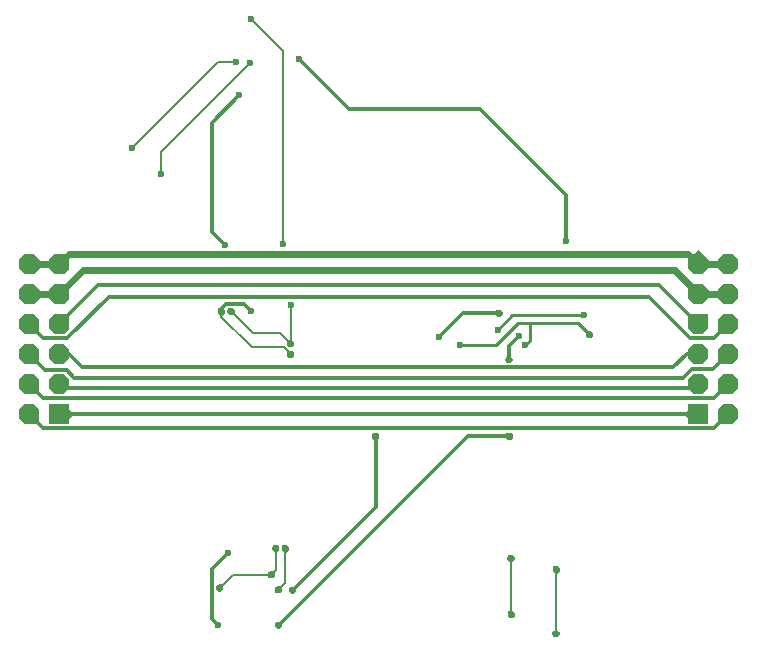
<source format=gbr>
%TF.GenerationSoftware,KiCad,Pcbnew,8.0.5-8.0.5-0~ubuntu24.04.1*%
%TF.CreationDate,2024-09-18T15:47:18+03:00*%
%TF.ProjectId,PMOD1,504d4f44-312e-46b6-9963-61645f706362,rev?*%
%TF.SameCoordinates,Original*%
%TF.FileFunction,Copper,L2,Bot*%
%TF.FilePolarity,Positive*%
%FSLAX46Y46*%
G04 Gerber Fmt 4.6, Leading zero omitted, Abs format (unit mm)*
G04 Created by KiCad (PCBNEW 8.0.5-8.0.5-0~ubuntu24.04.1) date 2024-09-18 15:47:18*
%MOMM*%
%LPD*%
G01*
G04 APERTURE LIST*
G04 Aperture macros list*
%AMFreePoly0*
4,1,13,0.835355,0.835355,0.850000,0.800000,0.850000,-0.800000,0.835355,-0.835355,0.800000,-0.850000,-0.800000,-0.850000,-0.835355,-0.835355,-0.850000,-0.800000,-0.850000,0.800000,-0.835355,0.835355,-0.800000,0.850000,0.800000,0.850000,0.835355,0.835355,0.835355,0.835355,$1*%
%AMFreePoly1*
4,1,17,0.366726,0.835355,0.835355,0.366726,0.850000,0.331371,0.850000,-0.331371,0.835355,-0.366726,0.366726,-0.835355,0.331371,-0.850000,-0.331371,-0.850000,-0.366726,-0.835355,-0.835355,-0.366726,-0.850000,-0.331371,-0.850000,0.331371,-0.835355,0.366726,-0.366726,0.835355,-0.331371,0.850000,0.331371,0.850000,0.366726,0.835355,0.366726,0.835355,$1*%
G04 Aperture macros list end*
%TA.AperFunction,ComponentPad*%
%ADD10FreePoly0,180.000000*%
%TD*%
%TA.AperFunction,ComponentPad*%
%ADD11FreePoly1,180.000000*%
%TD*%
%TA.AperFunction,ComponentPad*%
%ADD12FreePoly0,0.000000*%
%TD*%
%TA.AperFunction,ComponentPad*%
%ADD13FreePoly1,0.000000*%
%TD*%
%TA.AperFunction,ViaPad*%
%ADD14C,0.600000*%
%TD*%
%TA.AperFunction,Conductor*%
%ADD15C,0.300000*%
%TD*%
%TA.AperFunction,Conductor*%
%ADD16C,0.600000*%
%TD*%
%TA.AperFunction,Conductor*%
%ADD17C,0.200000*%
%TD*%
%TA.AperFunction,Conductor*%
%ADD18C,0.250000*%
%TD*%
G04 APERTURE END LIST*
D10*
%TO.P,PMOD1,1,INT*%
%TO.N,IRQ#*%
X169356000Y-109428998D03*
D11*
%TO.P,PMOD1,2,RST*%
%TO.N,RES#*%
X169356000Y-106888998D03*
%TO.P,PMOD1,3,SCL*%
%TO.N,SCL*%
X169356000Y-104348998D03*
%TO.P,PMOD1,4,SDA*%
%TO.N,SDA*%
X169356000Y-101808998D03*
%TO.P,PMOD1,5,GND*%
%TO.N,GND*%
X169356000Y-99268998D03*
%TO.P,PMOD1,6,VCC*%
%TO.N,VCC*%
X169356000Y-96728998D03*
%TO.P,PMOD1,7,INT*%
%TO.N,INT*%
X171896000Y-109428998D03*
%TO.P,PMOD1,8,RST*%
%TO.N,EN*%
X171896000Y-106888998D03*
%TO.P,PMOD1,9,CS2*%
%TO.N,CS2*%
X171896000Y-104348998D03*
%TO.P,PMOD1,10,CS3*%
%TO.N,CS3*%
X171896000Y-101808998D03*
%TO.P,PMOD1,11,GND*%
%TO.N,GND*%
X171896000Y-99268998D03*
%TO.P,PMOD1,12,VCC*%
%TO.N,VCC*%
X171896000Y-96728998D03*
%TD*%
D12*
%TO.P,PMOD2,1,INT*%
%TO.N,IRQ#*%
X115260000Y-109453998D03*
D13*
%TO.P,PMOD2,2,RST*%
%TO.N,RES#*%
X115260000Y-106913998D03*
%TO.P,PMOD2,3,SCL*%
%TO.N,SCL*%
X115260000Y-104373998D03*
%TO.P,PMOD2,4,SDA*%
%TO.N,SDA*%
X115260000Y-101833998D03*
%TO.P,PMOD2,5,GND*%
%TO.N,GND*%
X115260000Y-99293998D03*
%TO.P,PMOD2,6,VCC*%
%TO.N,VCC*%
X115260000Y-96753998D03*
%TO.P,PMOD2,7,INT*%
%TO.N,INT*%
X112720000Y-109453998D03*
%TO.P,PMOD2,8,RST*%
%TO.N,EN*%
X112720000Y-106913998D03*
%TO.P,PMOD2,9,CS2*%
%TO.N,CS2*%
X112720000Y-104373998D03*
%TO.P,PMOD2,10,CS3*%
%TO.N,CS3*%
X112720000Y-101833998D03*
%TO.P,PMOD2,11,GND*%
%TO.N,GND*%
X112720000Y-99293998D03*
%TO.P,PMOD2,12,VCC*%
%TO.N,VCC*%
X112720000Y-96753998D03*
%TD*%
D14*
%TO.N,SCL*%
X157320000Y-128030000D03*
X157330000Y-122590000D03*
%TO.N,+1V8*%
X158179651Y-94780000D03*
X152370002Y-102280002D03*
X159650000Y-101030000D03*
X135600000Y-79400010D03*
%TO.N,GND*%
X154730000Y-103621638D03*
X160150000Y-102690000D03*
X149149998Y-103621638D03*
%TO.N,GNDA*%
X152500000Y-100920000D03*
X142050000Y-111303998D03*
X147415001Y-102925001D03*
X135030000Y-124340000D03*
%TO.N,VDDA*%
X153340000Y-104840000D03*
X154220000Y-102810000D03*
X153360000Y-111304004D03*
X133830380Y-127300000D03*
%TO.N,SDA_3V3*%
X128855000Y-124165000D03*
X130510000Y-82420000D03*
X129280000Y-95130000D03*
X133200000Y-123040000D03*
X128990254Y-100740247D03*
X133599997Y-120789997D03*
X131460000Y-100720000D03*
X134850000Y-104390000D03*
%TO.N,SCL_3V3*%
X134850000Y-103490000D03*
X134180000Y-95040000D03*
X133810000Y-124290000D03*
X134860000Y-100226500D03*
X134400000Y-120790000D03*
X131467961Y-75947961D03*
X129799989Y-100739721D03*
%TO.N,Net-(A1-GPIO)*%
X130254968Y-79659675D03*
X121450000Y-86890000D03*
%TO.N,+3V3*%
X129510000Y-121230000D03*
X153530000Y-126380000D03*
X128690000Y-127280000D03*
X153510000Y-121660000D03*
%TO.N,Net-(A1-INT)*%
X131450000Y-79680000D03*
X123860000Y-89130000D03*
%TD*%
D15*
%TO.N,IRQ#*%
X115260000Y-109453998D02*
X169331000Y-109453998D01*
D16*
%TO.N,VCC*%
X112720000Y-96753998D02*
X115260000Y-96753998D01*
X171896000Y-96728998D02*
X169356000Y-96728998D01*
X168531000Y-95903998D02*
X169356000Y-96728998D01*
X115260000Y-96753998D02*
X116110000Y-95903998D01*
X116110000Y-95903998D02*
X168531000Y-95903998D01*
D15*
%TO.N,RES#*%
X115586002Y-107240000D02*
X169004998Y-107240000D01*
%TO.N,EN*%
X112720000Y-106913998D02*
X113920000Y-108113998D01*
X170671000Y-108113998D02*
X171896000Y-106888998D01*
X113920000Y-108113998D02*
X170671000Y-108113998D01*
%TO.N,CS2*%
X115888896Y-105710000D02*
X114056002Y-105710000D01*
X170634998Y-105610000D02*
X168802105Y-105610000D01*
X114056002Y-105710000D02*
X112720000Y-104373998D01*
X116548896Y-106370000D02*
X115888896Y-105710000D01*
X171896000Y-104348998D02*
X170634998Y-105610000D01*
X168042105Y-106370000D02*
X116548896Y-106370000D01*
X168802105Y-105610000D02*
X168042105Y-106370000D01*
%TO.N,SCL*%
X168401002Y-104348998D02*
X169356000Y-104348998D01*
D17*
X157320000Y-128030000D02*
X157320000Y-122600000D01*
D15*
X167260000Y-105490000D02*
X168401002Y-104348998D01*
X117160000Y-105490000D02*
X167260000Y-105490000D01*
X116043998Y-104373998D02*
X117160000Y-105490000D01*
X115260000Y-104373998D02*
X116043998Y-104373998D01*
D17*
X157320000Y-122600000D02*
X157330000Y-122590000D01*
D15*
%TO.N,SDA*%
X166077002Y-98530000D02*
X169356000Y-101808998D01*
X115260000Y-101833998D02*
X118563998Y-98530000D01*
X118563998Y-98530000D02*
X166077002Y-98530000D01*
%TO.N,+1V8*%
X158200000Y-94759651D02*
X158179651Y-94780000D01*
D18*
X159650000Y-101030000D02*
X153620004Y-101030000D01*
D15*
X150900000Y-83600000D02*
X158200000Y-90900000D01*
X139799990Y-83600000D02*
X150900000Y-83600000D01*
X135600000Y-79400010D02*
X139799990Y-83600000D01*
D18*
X153620004Y-101030000D02*
X152370002Y-102280002D01*
D15*
X158200000Y-90900000D02*
X158200000Y-94759651D01*
%TO.N,INT*%
X170671000Y-110653998D02*
X171896000Y-109428998D01*
X113920000Y-110653998D02*
X170671000Y-110653998D01*
X112720000Y-109453998D02*
X113920000Y-110653998D01*
D16*
%TO.N,GND*%
X167357002Y-97270000D02*
X117283998Y-97270000D01*
D18*
X154730000Y-103621638D02*
X155130000Y-103221638D01*
X159210000Y-101750000D02*
X160150000Y-102690000D01*
X154120000Y-101750000D02*
X152248362Y-103621638D01*
D16*
X169356000Y-99268998D02*
X167357002Y-97270000D01*
X117283998Y-97270000D02*
X115260000Y-99293998D01*
X112720000Y-99293998D02*
X115260000Y-99293998D01*
D18*
X154780000Y-101750000D02*
X154120000Y-101750000D01*
X155130000Y-103221638D02*
X155130000Y-101750000D01*
X154780000Y-101750000D02*
X159210000Y-101750000D01*
D16*
X171896000Y-99268998D02*
X169356000Y-99268998D01*
D18*
X152248362Y-103621638D02*
X149149998Y-103621638D01*
X155130000Y-101750000D02*
X154780000Y-101750000D01*
D15*
%TO.N,GNDA*%
X149420002Y-100920000D02*
X147415001Y-102925001D01*
X135030000Y-124340000D02*
X142050000Y-117320000D01*
X152500000Y-100920000D02*
X149420002Y-100920000D01*
X142050000Y-117320000D02*
X142050000Y-111303998D01*
%TO.N,VDDA*%
X153340000Y-104840000D02*
X153340000Y-103690000D01*
X133830380Y-127300000D02*
X149826382Y-111303998D01*
X149826382Y-111303998D02*
X153359994Y-111303998D01*
X153340000Y-103690000D02*
X154220000Y-102810000D01*
X153359994Y-111303998D02*
X153360000Y-111304004D01*
%TO.N,CS3*%
X113920000Y-103033998D02*
X112720000Y-101833998D01*
X165160000Y-99490000D02*
X119500000Y-99490000D01*
X171896000Y-101808998D02*
X170696000Y-103008998D01*
X119500000Y-99490000D02*
X115956002Y-103033998D01*
X115956002Y-103033998D02*
X113920000Y-103033998D01*
X168678998Y-103008998D02*
X165160000Y-99490000D01*
X170696000Y-103008998D02*
X168678998Y-103008998D01*
%TO.N,SDA_3V3*%
X128150000Y-84780000D02*
X130510000Y-82420000D01*
D17*
X131570000Y-103790000D02*
X128990254Y-101210254D01*
X134250000Y-103790000D02*
X131570000Y-103790000D01*
D15*
X131460000Y-100720000D02*
X130870000Y-100130000D01*
X128150000Y-94000000D02*
X128150000Y-84780000D01*
D17*
X129980000Y-123040000D02*
X133200000Y-123040000D01*
D15*
X129380000Y-100130000D02*
X128990254Y-100519746D01*
D17*
X128855000Y-124165000D02*
X129980000Y-123040000D01*
X134850000Y-104390000D02*
X134250000Y-103790000D01*
D15*
X129280000Y-95130000D02*
X128150000Y-94000000D01*
X130870000Y-100130000D02*
X129380000Y-100130000D01*
D17*
X133599997Y-122640003D02*
X133200000Y-123040000D01*
X128990254Y-101210254D02*
X128990254Y-100740247D01*
X133599997Y-120789997D02*
X133599997Y-122640003D01*
D15*
X128990254Y-100519746D02*
X128990254Y-100740247D01*
D17*
%TO.N,SCL_3V3*%
X133950000Y-102590000D02*
X131650268Y-102590000D01*
X134850000Y-100236500D02*
X134850000Y-103490000D01*
X131650268Y-102590000D02*
X129799989Y-100739721D01*
X134400000Y-123700000D02*
X133810000Y-124290000D01*
X134180000Y-95040000D02*
X134180000Y-78660000D01*
X134400000Y-120790000D02*
X134400000Y-123700000D01*
X134180000Y-78660000D02*
X131467961Y-75947961D01*
X134850000Y-103490000D02*
X133950000Y-102590000D01*
X134860000Y-100226500D02*
X134850000Y-100236500D01*
%TO.N,Net-(A1-GPIO)*%
X130254968Y-79659675D02*
X128680325Y-79659675D01*
X128680325Y-79659675D02*
X121450000Y-86890000D01*
D15*
%TO.N,+3V3*%
X128170000Y-126760000D02*
X128170000Y-122570000D01*
D17*
X153530000Y-126380000D02*
X153530000Y-121680000D01*
D15*
X128690000Y-127280000D02*
X128170000Y-126760000D01*
X128170000Y-122570000D02*
X129510000Y-121230000D01*
D17*
X153530000Y-121680000D02*
X153510000Y-121660000D01*
%TO.N,Net-(A1-INT)*%
X123860000Y-87270000D02*
X123860000Y-89130000D01*
X131450000Y-79680000D02*
X123860000Y-87270000D01*
%TD*%
%TA.AperFunction,Conductor*%
%TO.N,GND*%
G36*
X160288617Y-102404352D02*
G01*
X160435648Y-102551383D01*
X160450000Y-102586031D01*
X160450000Y-102793969D01*
X160435648Y-102828617D01*
X160288617Y-102975648D01*
X160253969Y-102990000D01*
X160046031Y-102990000D01*
X160011383Y-102975648D01*
X159864352Y-102828617D01*
X159850000Y-102793969D01*
X159850000Y-102439000D01*
X159864352Y-102404352D01*
X159899000Y-102390000D01*
X160253969Y-102390000D01*
X160288617Y-102404352D01*
G37*
%TD.AperFunction*%
%TD*%
%TA.AperFunction,Conductor*%
%TO.N,SDA_3V3*%
G36*
X129128871Y-100454599D02*
G01*
X129275902Y-100601630D01*
X129290254Y-100636278D01*
X129290254Y-100844216D01*
X129275902Y-100878864D01*
X129024902Y-101129864D01*
X128990254Y-101144216D01*
X128955606Y-101129864D01*
X128704606Y-100878864D01*
X128690254Y-100844216D01*
X128690254Y-100636278D01*
X128704606Y-100601630D01*
X128851637Y-100454599D01*
X128886285Y-100440247D01*
X129094223Y-100440247D01*
X129128871Y-100454599D01*
G37*
%TD.AperFunction*%
%TD*%
%TA.AperFunction,Conductor*%
%TO.N,SDA_3V3*%
G36*
X133738614Y-120504349D02*
G01*
X133885645Y-120651380D01*
X133899997Y-120686028D01*
X133899997Y-120742682D01*
X133899965Y-120744445D01*
X133899764Y-120750027D01*
X133899675Y-120751702D01*
X133899624Y-120752427D01*
X133899246Y-120755962D01*
X133894353Y-120789997D01*
X133894353Y-120790002D01*
X133899247Y-120824041D01*
X133899621Y-120827523D01*
X133899670Y-120828209D01*
X133899763Y-120829940D01*
X133899965Y-120835559D01*
X133899997Y-120837319D01*
X133899997Y-120887274D01*
X133899944Y-120889391D01*
X133899997Y-120891082D01*
X133899997Y-120893966D01*
X133885645Y-120928614D01*
X133634645Y-121179614D01*
X133599997Y-121193966D01*
X133565349Y-121179614D01*
X133314349Y-120928614D01*
X133299997Y-120893966D01*
X133299997Y-120686028D01*
X133314349Y-120651380D01*
X133461380Y-120504349D01*
X133496028Y-120489997D01*
X133703966Y-120489997D01*
X133738614Y-120504349D01*
G37*
%TD.AperFunction*%
%TD*%
%TA.AperFunction,Conductor*%
%TO.N,GNDA*%
G36*
X142189117Y-111018850D02*
G01*
X142335648Y-111165381D01*
X142350000Y-111200029D01*
X142350000Y-111407967D01*
X142335648Y-111442615D01*
X142084648Y-111693615D01*
X142050000Y-111707967D01*
X142015352Y-111693615D01*
X141764352Y-111442615D01*
X141750000Y-111407967D01*
X141750000Y-111200029D01*
X141764352Y-111165381D01*
X141910883Y-111018850D01*
X141945531Y-111004498D01*
X142154469Y-111004498D01*
X142189117Y-111018850D01*
G37*
%TD.AperFunction*%
%TD*%
%TA.AperFunction,Conductor*%
%TO.N,IRQ#*%
G36*
X169722434Y-108593350D02*
G01*
X170191648Y-109062564D01*
X170206000Y-109097212D01*
X170206000Y-109760784D01*
X170191648Y-109795432D01*
X169722434Y-110264646D01*
X169687786Y-110278998D01*
X169024214Y-110278998D01*
X168989566Y-110264646D01*
X168188566Y-109463646D01*
X168174214Y-109428998D01*
X168188566Y-109394350D01*
X168989566Y-108593350D01*
X169024214Y-108578998D01*
X169687786Y-108578998D01*
X169722434Y-108593350D01*
G37*
%TD.AperFunction*%
%TD*%
%TA.AperFunction,Conductor*%
%TO.N,SDA_3V3*%
G36*
X134988617Y-104104352D02*
G01*
X135135648Y-104251383D01*
X135150000Y-104286031D01*
X135150000Y-104493969D01*
X135135648Y-104528617D01*
X134988617Y-104675648D01*
X134953969Y-104690000D01*
X134746031Y-104690000D01*
X134711383Y-104675648D01*
X134564352Y-104528617D01*
X134550000Y-104493969D01*
X134550000Y-104139000D01*
X134564352Y-104104352D01*
X134599000Y-104090000D01*
X134953969Y-104090000D01*
X134988617Y-104104352D01*
G37*
%TD.AperFunction*%
%TD*%
%TA.AperFunction,Conductor*%
%TO.N,SDA_3V3*%
G36*
X129128871Y-100454599D02*
G01*
X129275902Y-100601630D01*
X129290254Y-100636278D01*
X129290254Y-100844216D01*
X129275902Y-100878864D01*
X129024902Y-101129864D01*
X128990254Y-101144216D01*
X128955606Y-101129864D01*
X128704606Y-100878864D01*
X128690254Y-100844216D01*
X128690254Y-100636278D01*
X128704606Y-100601630D01*
X128851637Y-100454599D01*
X128886285Y-100440247D01*
X129094223Y-100440247D01*
X129128871Y-100454599D01*
G37*
%TD.AperFunction*%
%TD*%
%TA.AperFunction,Conductor*%
%TO.N,+3V3*%
G36*
X153648617Y-121374352D02*
G01*
X153795648Y-121521383D01*
X153810000Y-121556031D01*
X153810000Y-121763969D01*
X153795648Y-121798617D01*
X153544648Y-122049617D01*
X153510000Y-122063969D01*
X153475352Y-122049617D01*
X153224352Y-121798617D01*
X153210000Y-121763969D01*
X153210000Y-121556031D01*
X153224352Y-121521383D01*
X153371383Y-121374352D01*
X153406031Y-121360000D01*
X153613969Y-121360000D01*
X153648617Y-121374352D01*
G37*
%TD.AperFunction*%
%TD*%
%TA.AperFunction,Conductor*%
%TO.N,GND*%
G36*
X160288617Y-102404352D02*
G01*
X160435648Y-102551383D01*
X160450000Y-102586031D01*
X160450000Y-102793969D01*
X160435648Y-102828617D01*
X160288617Y-102975648D01*
X160253969Y-102990000D01*
X160046031Y-102990000D01*
X160011383Y-102975648D01*
X159864352Y-102828617D01*
X159850000Y-102793969D01*
X159850000Y-102439000D01*
X159864352Y-102404352D01*
X159899000Y-102390000D01*
X160253969Y-102390000D01*
X160288617Y-102404352D01*
G37*
%TD.AperFunction*%
%TD*%
%TA.AperFunction,Conductor*%
%TO.N,SCL*%
G36*
X157354648Y-127640383D02*
G01*
X157605648Y-127891383D01*
X157620000Y-127926031D01*
X157620000Y-128133969D01*
X157605648Y-128168617D01*
X157458617Y-128315648D01*
X157423969Y-128330000D01*
X157216031Y-128330000D01*
X157181383Y-128315648D01*
X157034352Y-128168617D01*
X157020000Y-128133969D01*
X157020000Y-127926031D01*
X157034352Y-127891383D01*
X157285352Y-127640383D01*
X157320000Y-127626031D01*
X157354648Y-127640383D01*
G37*
%TD.AperFunction*%
%TD*%
%TA.AperFunction,Conductor*%
%TO.N,GND*%
G36*
X169722434Y-98433350D02*
G01*
X170523434Y-99234350D01*
X170537786Y-99268998D01*
X170523434Y-99303646D01*
X169722434Y-100104646D01*
X169687786Y-100118998D01*
X169024214Y-100118998D01*
X168989566Y-100104646D01*
X168520352Y-99635432D01*
X168506000Y-99600784D01*
X168506000Y-98467998D01*
X168520352Y-98433350D01*
X168555000Y-98418998D01*
X169687786Y-98418998D01*
X169722434Y-98433350D01*
G37*
%TD.AperFunction*%
%TD*%
%TA.AperFunction,Conductor*%
%TO.N,VCC*%
G36*
X169390648Y-95561564D02*
G01*
X170523434Y-96694350D01*
X170537786Y-96728998D01*
X170523434Y-96763646D01*
X169722434Y-97564646D01*
X169687786Y-97578998D01*
X169024214Y-97578998D01*
X168989566Y-97564646D01*
X168520352Y-97095432D01*
X168506000Y-97060784D01*
X168506000Y-95927998D01*
X168520352Y-95893350D01*
X168555000Y-95878998D01*
X169003917Y-95878998D01*
X169003918Y-95878998D01*
X169321352Y-95561564D01*
X169356000Y-95547212D01*
X169390648Y-95561564D01*
G37*
%TD.AperFunction*%
%TD*%
%TA.AperFunction,Conductor*%
%TO.N,GNDA*%
G36*
X142189117Y-111018850D02*
G01*
X142335648Y-111165381D01*
X142350000Y-111200029D01*
X142350000Y-111407967D01*
X142335648Y-111442615D01*
X142084648Y-111693615D01*
X142050000Y-111707967D01*
X142015352Y-111693615D01*
X141764352Y-111442615D01*
X141750000Y-111407967D01*
X141750000Y-111200029D01*
X141764352Y-111165381D01*
X141910883Y-111018850D01*
X141945531Y-111004498D01*
X142154469Y-111004498D01*
X142189117Y-111018850D01*
G37*
%TD.AperFunction*%
%TD*%
%TA.AperFunction,Conductor*%
%TO.N,VDDA*%
G36*
X153499111Y-111018850D02*
G01*
X153645648Y-111165387D01*
X153660000Y-111200035D01*
X153660000Y-111407973D01*
X153645648Y-111442621D01*
X153498617Y-111589652D01*
X153463969Y-111604004D01*
X153256031Y-111604004D01*
X153221383Y-111589652D01*
X152970383Y-111338652D01*
X152956031Y-111304004D01*
X152970383Y-111269356D01*
X153220889Y-111018850D01*
X153255537Y-111004498D01*
X153464463Y-111004498D01*
X153499111Y-111018850D01*
G37*
%TD.AperFunction*%
%TD*%
%TA.AperFunction,Conductor*%
%TO.N,SDA_3V3*%
G36*
X129128871Y-100454599D02*
G01*
X129275902Y-100601630D01*
X129290254Y-100636278D01*
X129290254Y-100844216D01*
X129275902Y-100878864D01*
X129024902Y-101129864D01*
X128990254Y-101144216D01*
X128955606Y-101129864D01*
X128704606Y-100878864D01*
X128690254Y-100844216D01*
X128690254Y-100636278D01*
X128704606Y-100601630D01*
X128851637Y-100454599D01*
X128886285Y-100440247D01*
X129094223Y-100440247D01*
X129128871Y-100454599D01*
G37*
%TD.AperFunction*%
%TD*%
%TA.AperFunction,Conductor*%
%TO.N,GNDA*%
G36*
X152638617Y-100634352D02*
G01*
X152785648Y-100781383D01*
X152800000Y-100816031D01*
X152800000Y-101023969D01*
X152785648Y-101058617D01*
X152638617Y-101205648D01*
X152603969Y-101220000D01*
X152396031Y-101220000D01*
X152361383Y-101205648D01*
X152110383Y-100954648D01*
X152096031Y-100920000D01*
X152110383Y-100885352D01*
X152361383Y-100634352D01*
X152396031Y-100620000D01*
X152603969Y-100620000D01*
X152638617Y-100634352D01*
G37*
%TD.AperFunction*%
%TD*%
%TA.AperFunction,Conductor*%
%TO.N,SDA_3V3*%
G36*
X133485648Y-122754352D02*
G01*
X133500000Y-122789000D01*
X133500000Y-123143969D01*
X133485648Y-123178617D01*
X133338617Y-123325648D01*
X133303969Y-123340000D01*
X133096031Y-123340000D01*
X133061383Y-123325648D01*
X132810383Y-123074648D01*
X132796031Y-123040000D01*
X132810383Y-123005352D01*
X133061383Y-122754352D01*
X133096031Y-122740000D01*
X133451000Y-122740000D01*
X133485648Y-122754352D01*
G37*
%TD.AperFunction*%
%TD*%
%TA.AperFunction,Conductor*%
%TO.N,GNDA*%
G36*
X135315648Y-124054352D02*
G01*
X135330000Y-124089000D01*
X135330000Y-124443969D01*
X135315648Y-124478617D01*
X135168617Y-124625648D01*
X135133969Y-124640000D01*
X134926031Y-124640000D01*
X134891383Y-124625648D01*
X134744352Y-124478617D01*
X134730000Y-124443969D01*
X134730000Y-124236031D01*
X134744352Y-124201383D01*
X134891383Y-124054352D01*
X134926031Y-124040000D01*
X135281000Y-124040000D01*
X135315648Y-124054352D01*
G37*
%TD.AperFunction*%
%TD*%
%TA.AperFunction,Conductor*%
%TO.N,GNDA*%
G36*
X135315648Y-124054352D02*
G01*
X135330000Y-124089000D01*
X135330000Y-124443969D01*
X135315648Y-124478617D01*
X135168617Y-124625648D01*
X135133969Y-124640000D01*
X134926031Y-124640000D01*
X134891383Y-124625648D01*
X134744352Y-124478617D01*
X134730000Y-124443969D01*
X134730000Y-124236031D01*
X134744352Y-124201383D01*
X134891383Y-124054352D01*
X134926031Y-124040000D01*
X135281000Y-124040000D01*
X135315648Y-124054352D01*
G37*
%TD.AperFunction*%
%TD*%
%TA.AperFunction,Conductor*%
%TO.N,SDA_3V3*%
G36*
X129140648Y-123879352D02*
G01*
X129155000Y-123914000D01*
X129155000Y-124268969D01*
X129140648Y-124303617D01*
X128993617Y-124450648D01*
X128958969Y-124465000D01*
X128751031Y-124465000D01*
X128716383Y-124450648D01*
X128569352Y-124303617D01*
X128555000Y-124268969D01*
X128555000Y-124061031D01*
X128569352Y-124026383D01*
X128716383Y-123879352D01*
X128751031Y-123865000D01*
X129106000Y-123865000D01*
X129140648Y-123879352D01*
G37*
%TD.AperFunction*%
%TD*%
%TA.AperFunction,Conductor*%
%TO.N,VDDA*%
G36*
X153374648Y-104450383D02*
G01*
X153625648Y-104701383D01*
X153640000Y-104736031D01*
X153640000Y-104943969D01*
X153625648Y-104978617D01*
X153479117Y-105125148D01*
X153444469Y-105139500D01*
X153235531Y-105139500D01*
X153200883Y-105125148D01*
X153054352Y-104978617D01*
X153040000Y-104943969D01*
X153040000Y-104736031D01*
X153054352Y-104701383D01*
X153305352Y-104450383D01*
X153340000Y-104436031D01*
X153374648Y-104450383D01*
G37*
%TD.AperFunction*%
%TD*%
%TA.AperFunction,Conductor*%
%TO.N,VDDA*%
G36*
X153499111Y-111018850D02*
G01*
X153645648Y-111165387D01*
X153660000Y-111200035D01*
X153660000Y-111407973D01*
X153645648Y-111442621D01*
X153498617Y-111589652D01*
X153463969Y-111604004D01*
X153256031Y-111604004D01*
X153221383Y-111589652D01*
X152970383Y-111338652D01*
X152956031Y-111304004D01*
X152970383Y-111269356D01*
X153220889Y-111018850D01*
X153255537Y-111004498D01*
X153464463Y-111004498D01*
X153499111Y-111018850D01*
G37*
%TD.AperFunction*%
%TD*%
%TA.AperFunction,Conductor*%
%TO.N,SCL_3V3*%
G36*
X134538617Y-120504352D02*
G01*
X134685648Y-120651383D01*
X134700000Y-120686031D01*
X134700000Y-120893969D01*
X134685648Y-120928617D01*
X134434648Y-121179617D01*
X134400000Y-121193969D01*
X134365352Y-121179617D01*
X134119571Y-120933836D01*
X134105219Y-120899188D01*
X134105456Y-120894372D01*
X134105496Y-120893969D01*
X134105497Y-120893966D01*
X134105497Y-120832757D01*
X134104973Y-120818091D01*
X134104474Y-120811117D01*
X134104335Y-120809829D01*
X134104551Y-120797597D01*
X134105644Y-120789997D01*
X134104550Y-120782394D01*
X134104337Y-120770152D01*
X134104473Y-120768890D01*
X134104973Y-120761911D01*
X134105497Y-120747236D01*
X134105497Y-120686031D01*
X134105456Y-120685615D01*
X134105497Y-120685479D01*
X134105497Y-120683621D01*
X134106061Y-120683621D01*
X134116341Y-120649727D01*
X134119562Y-120646172D01*
X134261383Y-120504352D01*
X134296031Y-120490000D01*
X134503969Y-120490000D01*
X134538617Y-120504352D01*
G37*
%TD.AperFunction*%
%TD*%
%TA.AperFunction,Conductor*%
%TO.N,GND*%
G36*
X113086434Y-98458350D02*
G01*
X113887434Y-99259350D01*
X113901786Y-99293998D01*
X113887434Y-99328646D01*
X113086434Y-100129646D01*
X113051786Y-100143998D01*
X112388214Y-100143998D01*
X112353566Y-100129646D01*
X111884352Y-99660432D01*
X111870000Y-99625784D01*
X111870000Y-98962212D01*
X111884352Y-98927564D01*
X112353566Y-98458350D01*
X112388214Y-98443998D01*
X113051786Y-98443998D01*
X113086434Y-98458350D01*
G37*
%TD.AperFunction*%
%TD*%
%TA.AperFunction,Conductor*%
%TO.N,SDA_3V3*%
G36*
X129140648Y-123879352D02*
G01*
X129155000Y-123914000D01*
X129155000Y-124268969D01*
X129140648Y-124303617D01*
X128993617Y-124450648D01*
X128958969Y-124465000D01*
X128751031Y-124465000D01*
X128716383Y-124450648D01*
X128569352Y-124303617D01*
X128555000Y-124268969D01*
X128555000Y-124061031D01*
X128569352Y-124026383D01*
X128716383Y-123879352D01*
X128751031Y-123865000D01*
X129106000Y-123865000D01*
X129140648Y-123879352D01*
G37*
%TD.AperFunction*%
%TD*%
%TA.AperFunction,Conductor*%
%TO.N,SCL_3V3*%
G36*
X134988617Y-103204352D02*
G01*
X135135648Y-103351383D01*
X135150000Y-103386031D01*
X135150000Y-103593969D01*
X135135648Y-103628617D01*
X134988617Y-103775648D01*
X134953969Y-103790000D01*
X134746031Y-103790000D01*
X134711383Y-103775648D01*
X134564352Y-103628617D01*
X134550000Y-103593969D01*
X134550000Y-103239000D01*
X134564352Y-103204352D01*
X134599000Y-103190000D01*
X134953969Y-103190000D01*
X134988617Y-103204352D01*
G37*
%TD.AperFunction*%
%TD*%
%TA.AperFunction,Conductor*%
%TO.N,SDA_3V3*%
G36*
X129128871Y-100454599D02*
G01*
X129275902Y-100601630D01*
X129290254Y-100636278D01*
X129290254Y-100844216D01*
X129275902Y-100878864D01*
X129024902Y-101129864D01*
X128990254Y-101144216D01*
X128955606Y-101129864D01*
X128704606Y-100878864D01*
X128690254Y-100844216D01*
X128690254Y-100636278D01*
X128704606Y-100601630D01*
X128851637Y-100454599D01*
X128886285Y-100440247D01*
X129094223Y-100440247D01*
X129128871Y-100454599D01*
G37*
%TD.AperFunction*%
%TD*%
%TA.AperFunction,Conductor*%
%TO.N,SCL_3V3*%
G36*
X129979385Y-100494852D02*
G01*
X130085637Y-100601104D01*
X130099989Y-100635752D01*
X130099989Y-100990721D01*
X130085637Y-101025369D01*
X130050989Y-101039721D01*
X129696020Y-101039721D01*
X129661372Y-101025369D01*
X129514341Y-100878338D01*
X129499989Y-100843690D01*
X129499989Y-100635752D01*
X129514341Y-100601104D01*
X129620593Y-100494852D01*
X129655241Y-100480500D01*
X129944737Y-100480500D01*
X129979385Y-100494852D01*
G37*
%TD.AperFunction*%
%TD*%
%TA.AperFunction,Conductor*%
%TO.N,SCL_3V3*%
G36*
X134095648Y-124004352D02*
G01*
X134110000Y-124039000D01*
X134110000Y-124393969D01*
X134095648Y-124428617D01*
X133948617Y-124575648D01*
X133913969Y-124590000D01*
X133706031Y-124590000D01*
X133671383Y-124575648D01*
X133524352Y-124428617D01*
X133510000Y-124393969D01*
X133510000Y-124186031D01*
X133524352Y-124151383D01*
X133671383Y-124004352D01*
X133706031Y-123990000D01*
X134061000Y-123990000D01*
X134095648Y-124004352D01*
G37*
%TD.AperFunction*%
%TD*%
%TA.AperFunction,Conductor*%
%TO.N,SCL_3V3*%
G36*
X134988617Y-103204352D02*
G01*
X135135648Y-103351383D01*
X135150000Y-103386031D01*
X135150000Y-103593969D01*
X135135648Y-103628617D01*
X134988617Y-103775648D01*
X134953969Y-103790000D01*
X134746031Y-103790000D01*
X134711383Y-103775648D01*
X134564352Y-103628617D01*
X134550000Y-103593969D01*
X134550000Y-103239000D01*
X134564352Y-103204352D01*
X134599000Y-103190000D01*
X134953969Y-103190000D01*
X134988617Y-103204352D01*
G37*
%TD.AperFunction*%
%TD*%
%TA.AperFunction,Conductor*%
%TO.N,SDA_3V3*%
G36*
X133738614Y-120504349D02*
G01*
X133885645Y-120651380D01*
X133899997Y-120686028D01*
X133899997Y-120742682D01*
X133899965Y-120744445D01*
X133899764Y-120750027D01*
X133899675Y-120751702D01*
X133899624Y-120752427D01*
X133899246Y-120755962D01*
X133894353Y-120789997D01*
X133894353Y-120790002D01*
X133899247Y-120824041D01*
X133899621Y-120827523D01*
X133899670Y-120828209D01*
X133899763Y-120829940D01*
X133899965Y-120835559D01*
X133899997Y-120837319D01*
X133899997Y-120887274D01*
X133899944Y-120889391D01*
X133899997Y-120891082D01*
X133899997Y-120893966D01*
X133885645Y-120928614D01*
X133634645Y-121179614D01*
X133599997Y-121193966D01*
X133565349Y-121179614D01*
X133314349Y-120928614D01*
X133299997Y-120893966D01*
X133299997Y-120686028D01*
X133314349Y-120651380D01*
X133461380Y-120504349D01*
X133496028Y-120489997D01*
X133703966Y-120489997D01*
X133738614Y-120504349D01*
G37*
%TD.AperFunction*%
%TD*%
%TA.AperFunction,Conductor*%
%TO.N,SDA_3V3*%
G36*
X133485648Y-122754352D02*
G01*
X133500000Y-122789000D01*
X133500000Y-123143969D01*
X133485648Y-123178617D01*
X133338617Y-123325648D01*
X133303969Y-123340000D01*
X133096031Y-123340000D01*
X133061383Y-123325648D01*
X132810383Y-123074648D01*
X132796031Y-123040000D01*
X132810383Y-123005352D01*
X133061383Y-122754352D01*
X133096031Y-122740000D01*
X133451000Y-122740000D01*
X133485648Y-122754352D01*
G37*
%TD.AperFunction*%
%TD*%
%TA.AperFunction,Conductor*%
%TO.N,SCL_3V3*%
G36*
X134538617Y-120504352D02*
G01*
X134685648Y-120651383D01*
X134700000Y-120686031D01*
X134700000Y-120893969D01*
X134685648Y-120928617D01*
X134434648Y-121179617D01*
X134400000Y-121193969D01*
X134365352Y-121179617D01*
X134119571Y-120933836D01*
X134105219Y-120899188D01*
X134105456Y-120894372D01*
X134105496Y-120893969D01*
X134105497Y-120893966D01*
X134105497Y-120832757D01*
X134104973Y-120818091D01*
X134104474Y-120811117D01*
X134104335Y-120809829D01*
X134104551Y-120797597D01*
X134105644Y-120789997D01*
X134104550Y-120782394D01*
X134104337Y-120770152D01*
X134104473Y-120768890D01*
X134104973Y-120761911D01*
X134105497Y-120747236D01*
X134105497Y-120686031D01*
X134105456Y-120685615D01*
X134105497Y-120685479D01*
X134105497Y-120683621D01*
X134106061Y-120683621D01*
X134116341Y-120649727D01*
X134119562Y-120646172D01*
X134261383Y-120504352D01*
X134296031Y-120490000D01*
X134503969Y-120490000D01*
X134538617Y-120504352D01*
G37*
%TD.AperFunction*%
%TD*%
%TA.AperFunction,Conductor*%
%TO.N,GNDA*%
G36*
X142189117Y-111018850D02*
G01*
X142335648Y-111165381D01*
X142350000Y-111200029D01*
X142350000Y-111407967D01*
X142335648Y-111442615D01*
X142084648Y-111693615D01*
X142050000Y-111707967D01*
X142015352Y-111693615D01*
X141764352Y-111442615D01*
X141750000Y-111407967D01*
X141750000Y-111200029D01*
X141764352Y-111165381D01*
X141910883Y-111018850D01*
X141945531Y-111004498D01*
X142154469Y-111004498D01*
X142189117Y-111018850D01*
G37*
%TD.AperFunction*%
%TD*%
%TA.AperFunction,Conductor*%
%TO.N,+3V3*%
G36*
X153648617Y-121374352D02*
G01*
X153795648Y-121521383D01*
X153810000Y-121556031D01*
X153810000Y-121763969D01*
X153795648Y-121798617D01*
X153544648Y-122049617D01*
X153510000Y-122063969D01*
X153475352Y-122049617D01*
X153224352Y-121798617D01*
X153210000Y-121763969D01*
X153210000Y-121556031D01*
X153224352Y-121521383D01*
X153371383Y-121374352D01*
X153406031Y-121360000D01*
X153613969Y-121360000D01*
X153648617Y-121374352D01*
G37*
%TD.AperFunction*%
%TD*%
%TA.AperFunction,Conductor*%
%TO.N,VDDA*%
G36*
X153499111Y-111018850D02*
G01*
X153645648Y-111165387D01*
X153660000Y-111200035D01*
X153660000Y-111407973D01*
X153645648Y-111442621D01*
X153498617Y-111589652D01*
X153463969Y-111604004D01*
X153256031Y-111604004D01*
X153221383Y-111589652D01*
X152970383Y-111338652D01*
X152956031Y-111304004D01*
X152970383Y-111269356D01*
X153220889Y-111018850D01*
X153255537Y-111004498D01*
X153464463Y-111004498D01*
X153499111Y-111018850D01*
G37*
%TD.AperFunction*%
%TD*%
%TA.AperFunction,Conductor*%
%TO.N,SCL_3V3*%
G36*
X129979385Y-100494852D02*
G01*
X130085637Y-100601104D01*
X130099989Y-100635752D01*
X130099989Y-100990721D01*
X130085637Y-101025369D01*
X130050989Y-101039721D01*
X129696020Y-101039721D01*
X129661372Y-101025369D01*
X129514341Y-100878338D01*
X129499989Y-100843690D01*
X129499989Y-100635752D01*
X129514341Y-100601104D01*
X129620593Y-100494852D01*
X129655241Y-100480500D01*
X129944737Y-100480500D01*
X129979385Y-100494852D01*
G37*
%TD.AperFunction*%
%TD*%
%TA.AperFunction,Conductor*%
%TO.N,SDA_3V3*%
G36*
X133738614Y-120504349D02*
G01*
X133885645Y-120651380D01*
X133899997Y-120686028D01*
X133899997Y-120742682D01*
X133899965Y-120744445D01*
X133899764Y-120750027D01*
X133899675Y-120751702D01*
X133899624Y-120752427D01*
X133899246Y-120755962D01*
X133894353Y-120789997D01*
X133894353Y-120790002D01*
X133899247Y-120824041D01*
X133899621Y-120827523D01*
X133899670Y-120828209D01*
X133899763Y-120829940D01*
X133899965Y-120835559D01*
X133899997Y-120837319D01*
X133899997Y-120887274D01*
X133899944Y-120889391D01*
X133899997Y-120891082D01*
X133899997Y-120893966D01*
X133885645Y-120928614D01*
X133634645Y-121179614D01*
X133599997Y-121193966D01*
X133565349Y-121179614D01*
X133314349Y-120928614D01*
X133299997Y-120893966D01*
X133299997Y-120686028D01*
X133314349Y-120651380D01*
X133461380Y-120504349D01*
X133496028Y-120489997D01*
X133703966Y-120489997D01*
X133738614Y-120504349D01*
G37*
%TD.AperFunction*%
%TD*%
%TA.AperFunction,Conductor*%
%TO.N,VCC*%
G36*
X172262434Y-95893350D02*
G01*
X172731648Y-96362564D01*
X172746000Y-96397212D01*
X172746000Y-97060784D01*
X172731648Y-97095432D01*
X172262434Y-97564646D01*
X172227786Y-97578998D01*
X171564214Y-97578998D01*
X171529566Y-97564646D01*
X170728566Y-96763646D01*
X170714214Y-96728998D01*
X170728566Y-96694350D01*
X171529566Y-95893350D01*
X171564214Y-95878998D01*
X172227786Y-95878998D01*
X172262434Y-95893350D01*
G37*
%TD.AperFunction*%
%TD*%
%TA.AperFunction,Conductor*%
%TO.N,SDA_3V3*%
G36*
X129128871Y-100454599D02*
G01*
X129275902Y-100601630D01*
X129290254Y-100636278D01*
X129290254Y-100844216D01*
X129275902Y-100878864D01*
X129024902Y-101129864D01*
X128990254Y-101144216D01*
X128955606Y-101129864D01*
X128704606Y-100878864D01*
X128690254Y-100844216D01*
X128690254Y-100636278D01*
X128704606Y-100601630D01*
X128851637Y-100454599D01*
X128886285Y-100440247D01*
X129094223Y-100440247D01*
X129128871Y-100454599D01*
G37*
%TD.AperFunction*%
%TD*%
%TA.AperFunction,Conductor*%
%TO.N,SDA_3V3*%
G36*
X134988617Y-104104352D02*
G01*
X135135648Y-104251383D01*
X135150000Y-104286031D01*
X135150000Y-104493969D01*
X135135648Y-104528617D01*
X134988617Y-104675648D01*
X134953969Y-104690000D01*
X134746031Y-104690000D01*
X134711383Y-104675648D01*
X134564352Y-104528617D01*
X134550000Y-104493969D01*
X134550000Y-104139000D01*
X134564352Y-104104352D01*
X134599000Y-104090000D01*
X134953969Y-104090000D01*
X134988617Y-104104352D01*
G37*
%TD.AperFunction*%
%TD*%
%TA.AperFunction,Conductor*%
%TO.N,VDDA*%
G36*
X134116028Y-127014352D02*
G01*
X134130380Y-127049000D01*
X134130380Y-127403969D01*
X134116028Y-127438617D01*
X133968997Y-127585648D01*
X133934349Y-127600000D01*
X133726411Y-127600000D01*
X133691763Y-127585648D01*
X133544732Y-127438617D01*
X133530380Y-127403969D01*
X133530380Y-127196031D01*
X133544732Y-127161383D01*
X133691763Y-127014352D01*
X133726411Y-127000000D01*
X134081380Y-127000000D01*
X134116028Y-127014352D01*
G37*
%TD.AperFunction*%
%TD*%
%TA.AperFunction,Conductor*%
%TO.N,+3V3*%
G36*
X153564648Y-125990383D02*
G01*
X153815648Y-126241383D01*
X153830000Y-126276031D01*
X153830000Y-126483969D01*
X153815648Y-126518617D01*
X153668617Y-126665648D01*
X153633969Y-126680000D01*
X153426031Y-126680000D01*
X153391383Y-126665648D01*
X153244352Y-126518617D01*
X153230000Y-126483969D01*
X153230000Y-126276031D01*
X153244352Y-126241383D01*
X153495352Y-125990383D01*
X153530000Y-125976031D01*
X153564648Y-125990383D01*
G37*
%TD.AperFunction*%
%TD*%
%TA.AperFunction,Conductor*%
%TO.N,SCL*%
G36*
X157354648Y-127640383D02*
G01*
X157605648Y-127891383D01*
X157620000Y-127926031D01*
X157620000Y-128133969D01*
X157605648Y-128168617D01*
X157458617Y-128315648D01*
X157423969Y-128330000D01*
X157216031Y-128330000D01*
X157181383Y-128315648D01*
X157034352Y-128168617D01*
X157020000Y-128133969D01*
X157020000Y-127926031D01*
X157034352Y-127891383D01*
X157285352Y-127640383D01*
X157320000Y-127626031D01*
X157354648Y-127640383D01*
G37*
%TD.AperFunction*%
%TD*%
%TA.AperFunction,Conductor*%
%TO.N,+3V3*%
G36*
X153648617Y-121374352D02*
G01*
X153795648Y-121521383D01*
X153810000Y-121556031D01*
X153810000Y-121763969D01*
X153795648Y-121798617D01*
X153544648Y-122049617D01*
X153510000Y-122063969D01*
X153475352Y-122049617D01*
X153224352Y-121798617D01*
X153210000Y-121763969D01*
X153210000Y-121556031D01*
X153224352Y-121521383D01*
X153371383Y-121374352D01*
X153406031Y-121360000D01*
X153613969Y-121360000D01*
X153648617Y-121374352D01*
G37*
%TD.AperFunction*%
%TD*%
%TA.AperFunction,Conductor*%
%TO.N,GNDA*%
G36*
X152638617Y-100634352D02*
G01*
X152785648Y-100781383D01*
X152800000Y-100816031D01*
X152800000Y-101023969D01*
X152785648Y-101058617D01*
X152638617Y-101205648D01*
X152603969Y-101220000D01*
X152396031Y-101220000D01*
X152361383Y-101205648D01*
X152110383Y-100954648D01*
X152096031Y-100920000D01*
X152110383Y-100885352D01*
X152361383Y-100634352D01*
X152396031Y-100620000D01*
X152603969Y-100620000D01*
X152638617Y-100634352D01*
G37*
%TD.AperFunction*%
%TD*%
%TA.AperFunction,Conductor*%
%TO.N,VDDA*%
G36*
X134116028Y-127014352D02*
G01*
X134130380Y-127049000D01*
X134130380Y-127403969D01*
X134116028Y-127438617D01*
X133968997Y-127585648D01*
X133934349Y-127600000D01*
X133726411Y-127600000D01*
X133691763Y-127585648D01*
X133544732Y-127438617D01*
X133530380Y-127403969D01*
X133530380Y-127196031D01*
X133544732Y-127161383D01*
X133691763Y-127014352D01*
X133726411Y-127000000D01*
X134081380Y-127000000D01*
X134116028Y-127014352D01*
G37*
%TD.AperFunction*%
%TD*%
%TA.AperFunction,Conductor*%
%TO.N,VDDA*%
G36*
X153374648Y-104450383D02*
G01*
X153625648Y-104701383D01*
X153640000Y-104736031D01*
X153640000Y-104943969D01*
X153625648Y-104978617D01*
X153479117Y-105125148D01*
X153444469Y-105139500D01*
X153235531Y-105139500D01*
X153200883Y-105125148D01*
X153054352Y-104978617D01*
X153040000Y-104943969D01*
X153040000Y-104736031D01*
X153054352Y-104701383D01*
X153305352Y-104450383D01*
X153340000Y-104436031D01*
X153374648Y-104450383D01*
G37*
%TD.AperFunction*%
%TD*%
%TA.AperFunction,Conductor*%
%TO.N,SCL*%
G36*
X157468617Y-122304352D02*
G01*
X157615648Y-122451383D01*
X157630000Y-122486031D01*
X157630000Y-122693969D01*
X157615648Y-122728617D01*
X157364648Y-122979617D01*
X157330000Y-122993969D01*
X157295352Y-122979617D01*
X157044352Y-122728617D01*
X157030000Y-122693969D01*
X157030000Y-122486031D01*
X157044352Y-122451383D01*
X157191383Y-122304352D01*
X157226031Y-122290000D01*
X157433969Y-122290000D01*
X157468617Y-122304352D01*
G37*
%TD.AperFunction*%
%TD*%
%TA.AperFunction,Conductor*%
%TO.N,EN*%
G36*
X172262434Y-106053350D02*
G01*
X172731648Y-106522564D01*
X172746000Y-106557212D01*
X172746000Y-107220784D01*
X172731648Y-107255432D01*
X172262434Y-107724646D01*
X172227786Y-107738998D01*
X171095000Y-107738998D01*
X171060352Y-107724646D01*
X171046000Y-107689998D01*
X171046000Y-106557212D01*
X171060352Y-106522564D01*
X171529566Y-106053350D01*
X171564214Y-106038998D01*
X172227786Y-106038998D01*
X172262434Y-106053350D01*
G37*
%TD.AperFunction*%
%TD*%
%TA.AperFunction,Conductor*%
%TO.N,SCL_3V3*%
G36*
X129979385Y-100494852D02*
G01*
X130085637Y-100601104D01*
X130099989Y-100635752D01*
X130099989Y-100990721D01*
X130085637Y-101025369D01*
X130050989Y-101039721D01*
X129696020Y-101039721D01*
X129661372Y-101025369D01*
X129514341Y-100878338D01*
X129499989Y-100843690D01*
X129499989Y-100635752D01*
X129514341Y-100601104D01*
X129620593Y-100494852D01*
X129655241Y-100480500D01*
X129944737Y-100480500D01*
X129979385Y-100494852D01*
G37*
%TD.AperFunction*%
%TD*%
%TA.AperFunction,Conductor*%
%TO.N,SDA_3V3*%
G36*
X133485648Y-122754352D02*
G01*
X133500000Y-122789000D01*
X133500000Y-123143969D01*
X133485648Y-123178617D01*
X133338617Y-123325648D01*
X133303969Y-123340000D01*
X133096031Y-123340000D01*
X133061383Y-123325648D01*
X132810383Y-123074648D01*
X132796031Y-123040000D01*
X132810383Y-123005352D01*
X133061383Y-122754352D01*
X133096031Y-122740000D01*
X133451000Y-122740000D01*
X133485648Y-122754352D01*
G37*
%TD.AperFunction*%
%TD*%
%TA.AperFunction,Conductor*%
%TO.N,SDA_3V3*%
G36*
X134988617Y-104104352D02*
G01*
X135135648Y-104251383D01*
X135150000Y-104286031D01*
X135150000Y-104493969D01*
X135135648Y-104528617D01*
X134988617Y-104675648D01*
X134953969Y-104690000D01*
X134746031Y-104690000D01*
X134711383Y-104675648D01*
X134564352Y-104528617D01*
X134550000Y-104493969D01*
X134550000Y-104139000D01*
X134564352Y-104104352D01*
X134599000Y-104090000D01*
X134953969Y-104090000D01*
X134988617Y-104104352D01*
G37*
%TD.AperFunction*%
%TD*%
%TA.AperFunction,Conductor*%
%TO.N,GNDA*%
G36*
X152638617Y-100634352D02*
G01*
X152785648Y-100781383D01*
X152800000Y-100816031D01*
X152800000Y-101023969D01*
X152785648Y-101058617D01*
X152638617Y-101205648D01*
X152603969Y-101220000D01*
X152396031Y-101220000D01*
X152361383Y-101205648D01*
X152110383Y-100954648D01*
X152096031Y-100920000D01*
X152110383Y-100885352D01*
X152361383Y-100634352D01*
X152396031Y-100620000D01*
X152603969Y-100620000D01*
X152638617Y-100634352D01*
G37*
%TD.AperFunction*%
%TD*%
%TA.AperFunction,Conductor*%
%TO.N,SCL*%
G36*
X157354648Y-127640383D02*
G01*
X157605648Y-127891383D01*
X157620000Y-127926031D01*
X157620000Y-128133969D01*
X157605648Y-128168617D01*
X157458617Y-128315648D01*
X157423969Y-128330000D01*
X157216031Y-128330000D01*
X157181383Y-128315648D01*
X157034352Y-128168617D01*
X157020000Y-128133969D01*
X157020000Y-127926031D01*
X157034352Y-127891383D01*
X157285352Y-127640383D01*
X157320000Y-127626031D01*
X157354648Y-127640383D01*
G37*
%TD.AperFunction*%
%TD*%
%TA.AperFunction,Conductor*%
%TO.N,SDA*%
G36*
X116095648Y-100998350D02*
G01*
X116110000Y-101032998D01*
X116110000Y-102165784D01*
X116095648Y-102200432D01*
X115626934Y-102669146D01*
X115592286Y-102683498D01*
X114927714Y-102683498D01*
X114893066Y-102669146D01*
X114424352Y-102200432D01*
X114410000Y-102165784D01*
X114410000Y-101502212D01*
X114424352Y-101467564D01*
X114893566Y-100998350D01*
X114928214Y-100983998D01*
X116061000Y-100983998D01*
X116095648Y-100998350D01*
G37*
%TD.AperFunction*%
%TD*%
%TA.AperFunction,Conductor*%
%TO.N,VDDA*%
G36*
X153374648Y-104450383D02*
G01*
X153625648Y-104701383D01*
X153640000Y-104736031D01*
X153640000Y-104943969D01*
X153625648Y-104978617D01*
X153479117Y-105125148D01*
X153444469Y-105139500D01*
X153235531Y-105139500D01*
X153200883Y-105125148D01*
X153054352Y-104978617D01*
X153040000Y-104943969D01*
X153040000Y-104736031D01*
X153054352Y-104701383D01*
X153305352Y-104450383D01*
X153340000Y-104436031D01*
X153374648Y-104450383D01*
G37*
%TD.AperFunction*%
%TD*%
%TA.AperFunction,Conductor*%
%TO.N,VDDA*%
G36*
X153374648Y-104450383D02*
G01*
X153625648Y-104701383D01*
X153640000Y-104736031D01*
X153640000Y-104943969D01*
X153625648Y-104978617D01*
X153479117Y-105125148D01*
X153444469Y-105139500D01*
X153235531Y-105139500D01*
X153200883Y-105125148D01*
X153054352Y-104978617D01*
X153040000Y-104943969D01*
X153040000Y-104736031D01*
X153054352Y-104701383D01*
X153305352Y-104450383D01*
X153340000Y-104436031D01*
X153374648Y-104450383D01*
G37*
%TD.AperFunction*%
%TD*%
%TA.AperFunction,Conductor*%
%TO.N,+3V3*%
G36*
X153648617Y-121374352D02*
G01*
X153795648Y-121521383D01*
X153810000Y-121556031D01*
X153810000Y-121763969D01*
X153795648Y-121798617D01*
X153544648Y-122049617D01*
X153510000Y-122063969D01*
X153475352Y-122049617D01*
X153224352Y-121798617D01*
X153210000Y-121763969D01*
X153210000Y-121556031D01*
X153224352Y-121521383D01*
X153371383Y-121374352D01*
X153406031Y-121360000D01*
X153613969Y-121360000D01*
X153648617Y-121374352D01*
G37*
%TD.AperFunction*%
%TD*%
%TA.AperFunction,Conductor*%
%TO.N,SCL_3V3*%
G36*
X134538617Y-120504352D02*
G01*
X134685648Y-120651383D01*
X134700000Y-120686031D01*
X134700000Y-120893969D01*
X134685648Y-120928617D01*
X134434648Y-121179617D01*
X134400000Y-121193969D01*
X134365352Y-121179617D01*
X134119571Y-120933836D01*
X134105219Y-120899188D01*
X134105456Y-120894372D01*
X134105496Y-120893969D01*
X134105497Y-120893966D01*
X134105497Y-120832757D01*
X134104973Y-120818091D01*
X134104474Y-120811117D01*
X134104334Y-120809817D01*
X134104551Y-120797595D01*
X134105644Y-120789997D01*
X134104550Y-120782394D01*
X134104337Y-120770152D01*
X134104473Y-120768890D01*
X134104973Y-120761911D01*
X134105497Y-120747236D01*
X134105497Y-120686031D01*
X134105456Y-120685615D01*
X134105497Y-120685479D01*
X134105497Y-120683621D01*
X134106061Y-120683621D01*
X134116341Y-120649727D01*
X134119562Y-120646172D01*
X134261383Y-120504352D01*
X134296031Y-120490000D01*
X134503969Y-120490000D01*
X134538617Y-120504352D01*
G37*
%TD.AperFunction*%
%TD*%
%TA.AperFunction,Conductor*%
%TO.N,GNDA*%
G36*
X152638617Y-100634352D02*
G01*
X152785648Y-100781383D01*
X152800000Y-100816031D01*
X152800000Y-101023969D01*
X152785648Y-101058617D01*
X152638617Y-101205648D01*
X152603969Y-101220000D01*
X152396031Y-101220000D01*
X152361383Y-101205648D01*
X152110383Y-100954648D01*
X152096031Y-100920000D01*
X152110383Y-100885352D01*
X152361383Y-100634352D01*
X152396031Y-100620000D01*
X152603969Y-100620000D01*
X152638617Y-100634352D01*
G37*
%TD.AperFunction*%
%TD*%
%TA.AperFunction,Conductor*%
%TO.N,VDDA*%
G36*
X153499111Y-111018850D02*
G01*
X153645648Y-111165387D01*
X153660000Y-111200035D01*
X153660000Y-111407973D01*
X153645648Y-111442621D01*
X153498617Y-111589652D01*
X153463969Y-111604004D01*
X153256031Y-111604004D01*
X153221383Y-111589652D01*
X152970383Y-111338652D01*
X152956031Y-111304004D01*
X152970383Y-111269356D01*
X153220889Y-111018850D01*
X153255537Y-111004498D01*
X153464463Y-111004498D01*
X153499111Y-111018850D01*
G37*
%TD.AperFunction*%
%TD*%
%TA.AperFunction,Conductor*%
%TO.N,INT*%
G36*
X113086434Y-108618350D02*
G01*
X113555648Y-109087564D01*
X113570000Y-109122212D01*
X113570000Y-110254998D01*
X113555648Y-110289646D01*
X113521000Y-110303998D01*
X112388214Y-110303998D01*
X112353566Y-110289646D01*
X111884352Y-109820432D01*
X111870000Y-109785784D01*
X111870000Y-109122212D01*
X111884352Y-109087564D01*
X112353566Y-108618350D01*
X112388214Y-108603998D01*
X113051786Y-108603998D01*
X113086434Y-108618350D01*
G37*
%TD.AperFunction*%
%TD*%
%TA.AperFunction,Conductor*%
%TO.N,SCL_3V3*%
G36*
X134988617Y-103204352D02*
G01*
X135135648Y-103351383D01*
X135150000Y-103386031D01*
X135150000Y-103593969D01*
X135135648Y-103628617D01*
X134988617Y-103775648D01*
X134953969Y-103790000D01*
X134746031Y-103790000D01*
X134711383Y-103775648D01*
X134564352Y-103628617D01*
X134550000Y-103593969D01*
X134550000Y-103239000D01*
X134564352Y-103204352D01*
X134599000Y-103190000D01*
X134953969Y-103190000D01*
X134988617Y-103204352D01*
G37*
%TD.AperFunction*%
%TD*%
%TA.AperFunction,Conductor*%
%TO.N,SDA_3V3*%
G36*
X129140648Y-123879352D02*
G01*
X129155000Y-123914000D01*
X129155000Y-124268969D01*
X129140648Y-124303617D01*
X128993617Y-124450648D01*
X128958969Y-124465000D01*
X128751031Y-124465000D01*
X128716383Y-124450648D01*
X128569352Y-124303617D01*
X128555000Y-124268969D01*
X128555000Y-124061031D01*
X128569352Y-124026383D01*
X128716383Y-123879352D01*
X128751031Y-123865000D01*
X129106000Y-123865000D01*
X129140648Y-123879352D01*
G37*
%TD.AperFunction*%
%TD*%
%TA.AperFunction,Conductor*%
%TO.N,SCL*%
G36*
X157468617Y-122304352D02*
G01*
X157615648Y-122451383D01*
X157630000Y-122486031D01*
X157630000Y-122693969D01*
X157615648Y-122728617D01*
X157364648Y-122979617D01*
X157330000Y-122993969D01*
X157295352Y-122979617D01*
X157044352Y-122728617D01*
X157030000Y-122693969D01*
X157030000Y-122486031D01*
X157044352Y-122451383D01*
X157191383Y-122304352D01*
X157226031Y-122290000D01*
X157433969Y-122290000D01*
X157468617Y-122304352D01*
G37*
%TD.AperFunction*%
%TD*%
%TA.AperFunction,Conductor*%
%TO.N,+3V3*%
G36*
X153564648Y-125990383D02*
G01*
X153815648Y-126241383D01*
X153830000Y-126276031D01*
X153830000Y-126483969D01*
X153815648Y-126518617D01*
X153668617Y-126665648D01*
X153633969Y-126680000D01*
X153426031Y-126680000D01*
X153391383Y-126665648D01*
X153244352Y-126518617D01*
X153230000Y-126483969D01*
X153230000Y-126276031D01*
X153244352Y-126241383D01*
X153495352Y-125990383D01*
X153530000Y-125976031D01*
X153564648Y-125990383D01*
G37*
%TD.AperFunction*%
%TD*%
%TA.AperFunction,Conductor*%
%TO.N,VDDA*%
G36*
X134116028Y-127014352D02*
G01*
X134130380Y-127049000D01*
X134130380Y-127403969D01*
X134116028Y-127438617D01*
X133968997Y-127585648D01*
X133934349Y-127600000D01*
X133726411Y-127600000D01*
X133691763Y-127585648D01*
X133544732Y-127438617D01*
X133530380Y-127403969D01*
X133530380Y-127196031D01*
X133544732Y-127161383D01*
X133691763Y-127014352D01*
X133726411Y-127000000D01*
X134081380Y-127000000D01*
X134116028Y-127014352D01*
G37*
%TD.AperFunction*%
%TD*%
%TA.AperFunction,Conductor*%
%TO.N,VDDA*%
G36*
X153374648Y-104450383D02*
G01*
X153625648Y-104701383D01*
X153640000Y-104736031D01*
X153640000Y-104943969D01*
X153625648Y-104978617D01*
X153479117Y-105125148D01*
X153444469Y-105139500D01*
X153235531Y-105139500D01*
X153200883Y-105125148D01*
X153054352Y-104978617D01*
X153040000Y-104943969D01*
X153040000Y-104736031D01*
X153054352Y-104701383D01*
X153305352Y-104450383D01*
X153340000Y-104436031D01*
X153374648Y-104450383D01*
G37*
%TD.AperFunction*%
%TD*%
%TA.AperFunction,Conductor*%
%TO.N,SCL_3V3*%
G36*
X134095648Y-124004352D02*
G01*
X134110000Y-124039000D01*
X134110000Y-124393969D01*
X134095648Y-124428617D01*
X133948617Y-124575648D01*
X133913969Y-124590000D01*
X133706031Y-124590000D01*
X133671383Y-124575648D01*
X133524352Y-124428617D01*
X133510000Y-124393969D01*
X133510000Y-124186031D01*
X133524352Y-124151383D01*
X133671383Y-124004352D01*
X133706031Y-123990000D01*
X134061000Y-123990000D01*
X134095648Y-124004352D01*
G37*
%TD.AperFunction*%
%TD*%
%TA.AperFunction,Conductor*%
%TO.N,VCC*%
G36*
X113086434Y-95918350D02*
G01*
X113887434Y-96719350D01*
X113901786Y-96753998D01*
X113887434Y-96788646D01*
X113086434Y-97589646D01*
X113051786Y-97603998D01*
X112388214Y-97603998D01*
X112353566Y-97589646D01*
X111884352Y-97120432D01*
X111870000Y-97085784D01*
X111870000Y-96422212D01*
X111884352Y-96387564D01*
X112353566Y-95918350D01*
X112388214Y-95903998D01*
X113051786Y-95903998D01*
X113086434Y-95918350D01*
G37*
%TD.AperFunction*%
%TD*%
%TA.AperFunction,Conductor*%
%TO.N,SCL*%
G36*
X157468617Y-122304352D02*
G01*
X157615648Y-122451383D01*
X157630000Y-122486031D01*
X157630000Y-122693969D01*
X157615648Y-122728617D01*
X157364648Y-122979617D01*
X157330000Y-122993969D01*
X157295352Y-122979617D01*
X157044352Y-122728617D01*
X157030000Y-122693969D01*
X157030000Y-122486031D01*
X157044352Y-122451383D01*
X157191383Y-122304352D01*
X157226031Y-122290000D01*
X157433969Y-122290000D01*
X157468617Y-122304352D01*
G37*
%TD.AperFunction*%
%TD*%
%TA.AperFunction,Conductor*%
%TO.N,GND*%
G36*
X160288617Y-102404352D02*
G01*
X160435648Y-102551383D01*
X160450000Y-102586031D01*
X160450000Y-102793969D01*
X160435648Y-102828617D01*
X160288617Y-102975648D01*
X160253969Y-102990000D01*
X160046031Y-102990000D01*
X160011383Y-102975648D01*
X159864352Y-102828617D01*
X159850000Y-102793969D01*
X159850000Y-102439000D01*
X159864352Y-102404352D01*
X159899000Y-102390000D01*
X160253969Y-102390000D01*
X160288617Y-102404352D01*
G37*
%TD.AperFunction*%
%TD*%
%TA.AperFunction,Conductor*%
%TO.N,SCL_3V3*%
G36*
X134095648Y-124004352D02*
G01*
X134110000Y-124039000D01*
X134110000Y-124393969D01*
X134095648Y-124428617D01*
X133948617Y-124575648D01*
X133913969Y-124590000D01*
X133706031Y-124590000D01*
X133671383Y-124575648D01*
X133524352Y-124428617D01*
X133510000Y-124393969D01*
X133510000Y-124186031D01*
X133524352Y-124151383D01*
X133671383Y-124004352D01*
X133706031Y-123990000D01*
X134061000Y-123990000D01*
X134095648Y-124004352D01*
G37*
%TD.AperFunction*%
%TD*%
%TA.AperFunction,Conductor*%
%TO.N,SCL_3V3*%
G36*
X134988617Y-103204352D02*
G01*
X135135648Y-103351383D01*
X135150000Y-103386031D01*
X135150000Y-103593969D01*
X135135648Y-103628617D01*
X134988617Y-103775648D01*
X134953969Y-103790000D01*
X134746031Y-103790000D01*
X134711383Y-103775648D01*
X134564352Y-103628617D01*
X134550000Y-103593969D01*
X134550000Y-103239000D01*
X134564352Y-103204352D01*
X134599000Y-103190000D01*
X134953969Y-103190000D01*
X134988617Y-103204352D01*
G37*
%TD.AperFunction*%
%TD*%
%TA.AperFunction,Conductor*%
%TO.N,SCL_3V3*%
G36*
X134095648Y-124004352D02*
G01*
X134110000Y-124039000D01*
X134110000Y-124393969D01*
X134095648Y-124428617D01*
X133948617Y-124575648D01*
X133913969Y-124590000D01*
X133706031Y-124590000D01*
X133671383Y-124575648D01*
X133524352Y-124428617D01*
X133510000Y-124393969D01*
X133510000Y-124186031D01*
X133524352Y-124151383D01*
X133671383Y-124004352D01*
X133706031Y-123990000D01*
X134061000Y-123990000D01*
X134095648Y-124004352D01*
G37*
%TD.AperFunction*%
%TD*%
%TA.AperFunction,Conductor*%
%TO.N,GNDA*%
G36*
X135315648Y-124054352D02*
G01*
X135330000Y-124089000D01*
X135330000Y-124443969D01*
X135315648Y-124478617D01*
X135168617Y-124625648D01*
X135133969Y-124640000D01*
X134926031Y-124640000D01*
X134891383Y-124625648D01*
X134744352Y-124478617D01*
X134730000Y-124443969D01*
X134730000Y-124236031D01*
X134744352Y-124201383D01*
X134891383Y-124054352D01*
X134926031Y-124040000D01*
X135281000Y-124040000D01*
X135315648Y-124054352D01*
G37*
%TD.AperFunction*%
%TD*%
%TA.AperFunction,Conductor*%
%TO.N,IRQ#*%
G36*
X115626434Y-108618350D02*
G01*
X116427434Y-109419350D01*
X116441786Y-109453998D01*
X116427434Y-109488646D01*
X115626934Y-110289146D01*
X115592286Y-110303498D01*
X114927714Y-110303498D01*
X114893066Y-110289146D01*
X114424352Y-109820432D01*
X114410000Y-109785784D01*
X114410000Y-109122212D01*
X114424352Y-109087564D01*
X114893566Y-108618350D01*
X114928214Y-108603998D01*
X115591786Y-108603998D01*
X115626434Y-108618350D01*
G37*
%TD.AperFunction*%
%TD*%
%TA.AperFunction,Conductor*%
%TO.N,CS3*%
G36*
X113086434Y-100998350D02*
G01*
X113555648Y-101467564D01*
X113570000Y-101502212D01*
X113570000Y-102634998D01*
X113555648Y-102669646D01*
X113521000Y-102683998D01*
X112388214Y-102683998D01*
X112353566Y-102669646D01*
X111884352Y-102200432D01*
X111870000Y-102165784D01*
X111870000Y-101502212D01*
X111884352Y-101467564D01*
X112353566Y-100998350D01*
X112388214Y-100983998D01*
X113051786Y-100983998D01*
X113086434Y-100998350D01*
G37*
%TD.AperFunction*%
%TD*%
%TA.AperFunction,Conductor*%
%TO.N,VCC*%
G36*
X116095648Y-95918350D02*
G01*
X116110000Y-95952998D01*
X116110000Y-97085784D01*
X116095648Y-97120432D01*
X115626434Y-97589646D01*
X115591786Y-97603998D01*
X114928214Y-97603998D01*
X114893566Y-97589646D01*
X114092566Y-96788646D01*
X114078214Y-96753998D01*
X114092566Y-96719350D01*
X114893566Y-95918350D01*
X114928214Y-95903998D01*
X116061000Y-95903998D01*
X116095648Y-95918350D01*
G37*
%TD.AperFunction*%
%TD*%
%TA.AperFunction,Conductor*%
%TO.N,SCL_3V3*%
G36*
X129979385Y-100494852D02*
G01*
X130085637Y-100601104D01*
X130099989Y-100635752D01*
X130099989Y-100990721D01*
X130085637Y-101025369D01*
X130050989Y-101039721D01*
X129696020Y-101039721D01*
X129661372Y-101025369D01*
X129514341Y-100878338D01*
X129499989Y-100843690D01*
X129499989Y-100635752D01*
X129514341Y-100601104D01*
X129620593Y-100494852D01*
X129655241Y-100480500D01*
X129944737Y-100480500D01*
X129979385Y-100494852D01*
G37*
%TD.AperFunction*%
%TD*%
%TA.AperFunction,Conductor*%
%TO.N,GNDA*%
G36*
X142189117Y-111018850D02*
G01*
X142335648Y-111165381D01*
X142350000Y-111200029D01*
X142350000Y-111407967D01*
X142335648Y-111442615D01*
X142084648Y-111693615D01*
X142050000Y-111707967D01*
X142015352Y-111693615D01*
X141764352Y-111442615D01*
X141750000Y-111407967D01*
X141750000Y-111200029D01*
X141764352Y-111165381D01*
X141910883Y-111018850D01*
X141945531Y-111004498D01*
X142154469Y-111004498D01*
X142189117Y-111018850D01*
G37*
%TD.AperFunction*%
%TD*%
%TA.AperFunction,Conductor*%
%TO.N,+3V3*%
G36*
X153564648Y-125990383D02*
G01*
X153815648Y-126241383D01*
X153830000Y-126276031D01*
X153830000Y-126483969D01*
X153815648Y-126518617D01*
X153668617Y-126665648D01*
X153633969Y-126680000D01*
X153426031Y-126680000D01*
X153391383Y-126665648D01*
X153244352Y-126518617D01*
X153230000Y-126483969D01*
X153230000Y-126276031D01*
X153244352Y-126241383D01*
X153495352Y-125990383D01*
X153530000Y-125976031D01*
X153564648Y-125990383D01*
G37*
%TD.AperFunction*%
%TD*%
%TA.AperFunction,Conductor*%
%TO.N,SDA_3V3*%
G36*
X133738614Y-120504349D02*
G01*
X133885645Y-120651380D01*
X133899997Y-120686028D01*
X133899997Y-120742687D01*
X133899966Y-120744443D01*
X133899765Y-120750047D01*
X133899670Y-120751797D01*
X133899621Y-120752480D01*
X133899248Y-120755946D01*
X133894353Y-120789996D01*
X133894353Y-120790002D01*
X133899247Y-120824041D01*
X133899623Y-120827543D01*
X133899672Y-120828233D01*
X133899763Y-120829942D01*
X133899965Y-120835556D01*
X133899997Y-120837318D01*
X133899997Y-120887274D01*
X133899944Y-120889391D01*
X133899997Y-120891082D01*
X133899997Y-120893966D01*
X133885645Y-120928614D01*
X133634645Y-121179614D01*
X133599997Y-121193966D01*
X133565349Y-121179614D01*
X133314349Y-120928614D01*
X133299997Y-120893966D01*
X133299997Y-120686028D01*
X133314349Y-120651380D01*
X133461380Y-120504349D01*
X133496028Y-120489997D01*
X133703966Y-120489997D01*
X133738614Y-120504349D01*
G37*
%TD.AperFunction*%
%TD*%
%TA.AperFunction,Conductor*%
%TO.N,+3V3*%
G36*
X153564648Y-125990383D02*
G01*
X153815648Y-126241383D01*
X153830000Y-126276031D01*
X153830000Y-126483969D01*
X153815648Y-126518617D01*
X153668617Y-126665648D01*
X153633969Y-126680000D01*
X153426031Y-126680000D01*
X153391383Y-126665648D01*
X153244352Y-126518617D01*
X153230000Y-126483969D01*
X153230000Y-126276031D01*
X153244352Y-126241383D01*
X153495352Y-125990383D01*
X153530000Y-125976031D01*
X153564648Y-125990383D01*
G37*
%TD.AperFunction*%
%TD*%
%TA.AperFunction,Conductor*%
%TO.N,SDA_3V3*%
G36*
X129140648Y-123879352D02*
G01*
X129155000Y-123914000D01*
X129155000Y-124268969D01*
X129140648Y-124303617D01*
X128993617Y-124450648D01*
X128958969Y-124465000D01*
X128751031Y-124465000D01*
X128716383Y-124450648D01*
X128569352Y-124303617D01*
X128555000Y-124268969D01*
X128555000Y-124061031D01*
X128569352Y-124026383D01*
X128716383Y-123879352D01*
X128751031Y-123865000D01*
X129106000Y-123865000D01*
X129140648Y-123879352D01*
G37*
%TD.AperFunction*%
%TD*%
%TA.AperFunction,Conductor*%
%TO.N,SCL_3V3*%
G36*
X134538617Y-120504352D02*
G01*
X134685648Y-120651383D01*
X134700000Y-120686031D01*
X134700000Y-120893969D01*
X134685648Y-120928617D01*
X134434648Y-121179617D01*
X134400000Y-121193969D01*
X134365352Y-121179617D01*
X134119571Y-120933836D01*
X134105219Y-120899188D01*
X134105456Y-120894372D01*
X134105496Y-120893969D01*
X134105497Y-120893966D01*
X134105497Y-120832757D01*
X134104973Y-120818091D01*
X134104973Y-120818083D01*
X134104474Y-120811111D01*
X134104335Y-120809822D01*
X134104550Y-120797598D01*
X134105644Y-120789997D01*
X134104550Y-120782395D01*
X134104334Y-120770181D01*
X134104474Y-120768882D01*
X134104973Y-120761909D01*
X134105497Y-120747241D01*
X134105497Y-120686028D01*
X134105496Y-120686025D01*
X134105456Y-120685615D01*
X134105497Y-120685479D01*
X134105497Y-120683621D01*
X134106061Y-120683621D01*
X134116341Y-120649727D01*
X134119562Y-120646172D01*
X134261383Y-120504352D01*
X134296031Y-120490000D01*
X134503969Y-120490000D01*
X134538617Y-120504352D01*
G37*
%TD.AperFunction*%
%TD*%
%TA.AperFunction,Conductor*%
%TO.N,GNDA*%
G36*
X135315648Y-124054352D02*
G01*
X135330000Y-124089000D01*
X135330000Y-124443969D01*
X135315648Y-124478617D01*
X135168617Y-124625648D01*
X135133969Y-124640000D01*
X134926031Y-124640000D01*
X134891383Y-124625648D01*
X134744352Y-124478617D01*
X134730000Y-124443969D01*
X134730000Y-124236031D01*
X134744352Y-124201383D01*
X134891383Y-124054352D01*
X134926031Y-124040000D01*
X135281000Y-124040000D01*
X135315648Y-124054352D01*
G37*
%TD.AperFunction*%
%TD*%
%TA.AperFunction,Conductor*%
%TO.N,SDA_3V3*%
G36*
X133485648Y-122754352D02*
G01*
X133500000Y-122789000D01*
X133500000Y-123143969D01*
X133485648Y-123178617D01*
X133338617Y-123325648D01*
X133303969Y-123340000D01*
X133096031Y-123340000D01*
X133061383Y-123325648D01*
X132810383Y-123074648D01*
X132796031Y-123040000D01*
X132810383Y-123005352D01*
X133061383Y-122754352D01*
X133096031Y-122740000D01*
X133451000Y-122740000D01*
X133485648Y-122754352D01*
G37*
%TD.AperFunction*%
%TD*%
%TA.AperFunction,Conductor*%
%TO.N,VDDA*%
G36*
X134116028Y-127014352D02*
G01*
X134130380Y-127049000D01*
X134130380Y-127403969D01*
X134116028Y-127438617D01*
X133968997Y-127585648D01*
X133934349Y-127600000D01*
X133726411Y-127600000D01*
X133691763Y-127585648D01*
X133544732Y-127438617D01*
X133530380Y-127403969D01*
X133530380Y-127196031D01*
X133544732Y-127161383D01*
X133691763Y-127014352D01*
X133726411Y-127000000D01*
X134081380Y-127000000D01*
X134116028Y-127014352D01*
G37*
%TD.AperFunction*%
%TD*%
%TA.AperFunction,Conductor*%
%TO.N,CS3*%
G36*
X172262434Y-100973350D02*
G01*
X172731648Y-101442564D01*
X172746000Y-101477212D01*
X172746000Y-102140784D01*
X172731648Y-102175432D01*
X172262434Y-102644646D01*
X172227786Y-102658998D01*
X171095000Y-102658998D01*
X171060352Y-102644646D01*
X171046000Y-102609998D01*
X171046000Y-101477212D01*
X171060352Y-101442564D01*
X171529566Y-100973350D01*
X171564214Y-100958998D01*
X172227786Y-100958998D01*
X172262434Y-100973350D01*
G37*
%TD.AperFunction*%
%TD*%
%TA.AperFunction,Conductor*%
%TO.N,SDA_3V3*%
G36*
X133485648Y-122754352D02*
G01*
X133500000Y-122789000D01*
X133500000Y-123143969D01*
X133485648Y-123178617D01*
X133338617Y-123325648D01*
X133303969Y-123340000D01*
X133096031Y-123340000D01*
X133061383Y-123325648D01*
X132810383Y-123074648D01*
X132796031Y-123040000D01*
X132810383Y-123005352D01*
X133061383Y-122754352D01*
X133096031Y-122740000D01*
X133451000Y-122740000D01*
X133485648Y-122754352D01*
G37*
%TD.AperFunction*%
%TD*%
%TA.AperFunction,Conductor*%
%TO.N,+3V3*%
G36*
X153564648Y-125990383D02*
G01*
X153815648Y-126241383D01*
X153830000Y-126276031D01*
X153830000Y-126483969D01*
X153815648Y-126518617D01*
X153668617Y-126665648D01*
X153633969Y-126680000D01*
X153426031Y-126680000D01*
X153391383Y-126665648D01*
X153244352Y-126518617D01*
X153230000Y-126483969D01*
X153230000Y-126276031D01*
X153244352Y-126241383D01*
X153495352Y-125990383D01*
X153530000Y-125976031D01*
X153564648Y-125990383D01*
G37*
%TD.AperFunction*%
%TD*%
%TA.AperFunction,Conductor*%
%TO.N,VDDA*%
G36*
X153499111Y-111018850D02*
G01*
X153645648Y-111165387D01*
X153660000Y-111200035D01*
X153660000Y-111407973D01*
X153645648Y-111442621D01*
X153498617Y-111589652D01*
X153463969Y-111604004D01*
X153256031Y-111604004D01*
X153221383Y-111589652D01*
X152970383Y-111338652D01*
X152956031Y-111304004D01*
X152970383Y-111269356D01*
X153220889Y-111018850D01*
X153255537Y-111004498D01*
X153464463Y-111004498D01*
X153499111Y-111018850D01*
G37*
%TD.AperFunction*%
%TD*%
%TA.AperFunction,Conductor*%
%TO.N,SCL*%
G36*
X157354648Y-127640383D02*
G01*
X157605648Y-127891383D01*
X157620000Y-127926031D01*
X157620000Y-128133969D01*
X157605648Y-128168617D01*
X157458617Y-128315648D01*
X157423969Y-128330000D01*
X157216031Y-128330000D01*
X157181383Y-128315648D01*
X157034352Y-128168617D01*
X157020000Y-128133969D01*
X157020000Y-127926031D01*
X157034352Y-127891383D01*
X157285352Y-127640383D01*
X157320000Y-127626031D01*
X157354648Y-127640383D01*
G37*
%TD.AperFunction*%
%TD*%
%TA.AperFunction,Conductor*%
%TO.N,GNDA*%
G36*
X135315648Y-124054352D02*
G01*
X135330000Y-124089000D01*
X135330000Y-124443969D01*
X135315648Y-124478617D01*
X135168617Y-124625648D01*
X135133969Y-124640000D01*
X134926031Y-124640000D01*
X134891383Y-124625648D01*
X134744352Y-124478617D01*
X134730000Y-124443969D01*
X134730000Y-124236031D01*
X134744352Y-124201383D01*
X134891383Y-124054352D01*
X134926031Y-124040000D01*
X135281000Y-124040000D01*
X135315648Y-124054352D01*
G37*
%TD.AperFunction*%
%TD*%
%TA.AperFunction,Conductor*%
%TO.N,SCL*%
G36*
X157468617Y-122304352D02*
G01*
X157615648Y-122451383D01*
X157630000Y-122486031D01*
X157630000Y-122693969D01*
X157615648Y-122728617D01*
X157364648Y-122979617D01*
X157330000Y-122993969D01*
X157295352Y-122979617D01*
X157044352Y-122728617D01*
X157030000Y-122693969D01*
X157030000Y-122486031D01*
X157044352Y-122451383D01*
X157191383Y-122304352D01*
X157226031Y-122290000D01*
X157433969Y-122290000D01*
X157468617Y-122304352D01*
G37*
%TD.AperFunction*%
%TD*%
%TA.AperFunction,Conductor*%
%TO.N,INT*%
G36*
X172262434Y-108593350D02*
G01*
X172731648Y-109062564D01*
X172746000Y-109097212D01*
X172746000Y-109760784D01*
X172731648Y-109795432D01*
X172262434Y-110264646D01*
X172227786Y-110278998D01*
X171095000Y-110278998D01*
X171060352Y-110264646D01*
X171046000Y-110229998D01*
X171046000Y-109097212D01*
X171060352Y-109062564D01*
X171529566Y-108593350D01*
X171564214Y-108578998D01*
X172227786Y-108578998D01*
X172262434Y-108593350D01*
G37*
%TD.AperFunction*%
%TD*%
%TA.AperFunction,Conductor*%
%TO.N,GND*%
G36*
X172262434Y-98433350D02*
G01*
X172731648Y-98902564D01*
X172746000Y-98937212D01*
X172746000Y-99600784D01*
X172731648Y-99635432D01*
X172262434Y-100104646D01*
X172227786Y-100118998D01*
X171564214Y-100118998D01*
X171529566Y-100104646D01*
X170728566Y-99303646D01*
X170714214Y-99268998D01*
X170728566Y-99234350D01*
X171529566Y-98433350D01*
X171564214Y-98418998D01*
X172227786Y-98418998D01*
X172262434Y-98433350D01*
G37*
%TD.AperFunction*%
%TD*%
%TA.AperFunction,Conductor*%
%TO.N,SDA_3V3*%
G36*
X134988617Y-104104352D02*
G01*
X135135648Y-104251383D01*
X135150000Y-104286031D01*
X135150000Y-104493969D01*
X135135648Y-104528617D01*
X134988617Y-104675648D01*
X134953969Y-104690000D01*
X134746031Y-104690000D01*
X134711383Y-104675648D01*
X134564352Y-104528617D01*
X134550000Y-104493969D01*
X134550000Y-104139000D01*
X134564352Y-104104352D01*
X134599000Y-104090000D01*
X134953969Y-104090000D01*
X134988617Y-104104352D01*
G37*
%TD.AperFunction*%
%TD*%
%TA.AperFunction,Conductor*%
%TO.N,EN*%
G36*
X113086434Y-106078350D02*
G01*
X113555648Y-106547564D01*
X113570000Y-106582212D01*
X113570000Y-107714998D01*
X113555648Y-107749646D01*
X113521000Y-107763998D01*
X112388214Y-107763998D01*
X112353566Y-107749646D01*
X111884352Y-107280432D01*
X111870000Y-107245784D01*
X111870000Y-106582212D01*
X111884352Y-106547564D01*
X112353566Y-106078350D01*
X112388214Y-106063998D01*
X113051786Y-106063998D01*
X113086434Y-106078350D01*
G37*
%TD.AperFunction*%
%TD*%
%TA.AperFunction,Conductor*%
%TO.N,CS2*%
G36*
X113086434Y-103538350D02*
G01*
X113555648Y-104007564D01*
X113570000Y-104042212D01*
X113570000Y-105174998D01*
X113555648Y-105209646D01*
X113521000Y-105223998D01*
X112388214Y-105223998D01*
X112353566Y-105209646D01*
X111884352Y-104740432D01*
X111870000Y-104705784D01*
X111870000Y-104042212D01*
X111884352Y-104007564D01*
X112353566Y-103538350D01*
X112388214Y-103523998D01*
X113051786Y-103523998D01*
X113086434Y-103538350D01*
G37*
%TD.AperFunction*%
%TD*%
%TA.AperFunction,Conductor*%
%TO.N,VDDA*%
G36*
X134116028Y-127014352D02*
G01*
X134130380Y-127049000D01*
X134130380Y-127403969D01*
X134116028Y-127438617D01*
X133968997Y-127585648D01*
X133934349Y-127600000D01*
X133726411Y-127600000D01*
X133691763Y-127585648D01*
X133544732Y-127438617D01*
X133530380Y-127403969D01*
X133530380Y-127196031D01*
X133544732Y-127161383D01*
X133691763Y-127014352D01*
X133726411Y-127000000D01*
X134081380Y-127000000D01*
X134116028Y-127014352D01*
G37*
%TD.AperFunction*%
%TD*%
%TA.AperFunction,Conductor*%
%TO.N,GNDA*%
G36*
X152638617Y-100634352D02*
G01*
X152785648Y-100781383D01*
X152800000Y-100816031D01*
X152800000Y-101023969D01*
X152785648Y-101058617D01*
X152638617Y-101205648D01*
X152603969Y-101220000D01*
X152396031Y-101220000D01*
X152361383Y-101205648D01*
X152110383Y-100954648D01*
X152096031Y-100920000D01*
X152110383Y-100885352D01*
X152361383Y-100634352D01*
X152396031Y-100620000D01*
X152603969Y-100620000D01*
X152638617Y-100634352D01*
G37*
%TD.AperFunction*%
%TD*%
%TA.AperFunction,Conductor*%
%TO.N,SCL_3V3*%
G36*
X134095648Y-124004352D02*
G01*
X134110000Y-124039000D01*
X134110000Y-124393969D01*
X134095648Y-124428617D01*
X133948617Y-124575648D01*
X133913969Y-124590000D01*
X133706031Y-124590000D01*
X133671383Y-124575648D01*
X133524352Y-124428617D01*
X133510000Y-124393969D01*
X133510000Y-124186031D01*
X133524352Y-124151383D01*
X133671383Y-124004352D01*
X133706031Y-123990000D01*
X134061000Y-123990000D01*
X134095648Y-124004352D01*
G37*
%TD.AperFunction*%
%TD*%
%TA.AperFunction,Conductor*%
%TO.N,GND*%
G36*
X116095648Y-98458350D02*
G01*
X116110000Y-98492998D01*
X116110000Y-99625784D01*
X116095648Y-99660432D01*
X115626434Y-100129646D01*
X115591786Y-100143998D01*
X114928214Y-100143998D01*
X114893566Y-100129646D01*
X114092566Y-99328646D01*
X114078214Y-99293998D01*
X114092566Y-99259350D01*
X114893566Y-98458350D01*
X114928214Y-98443998D01*
X116061000Y-98443998D01*
X116095648Y-98458350D01*
G37*
%TD.AperFunction*%
%TD*%
%TA.AperFunction,Conductor*%
%TO.N,GND*%
G36*
X160288617Y-102404352D02*
G01*
X160435648Y-102551383D01*
X160450000Y-102586031D01*
X160450000Y-102793969D01*
X160435648Y-102828617D01*
X160288617Y-102975648D01*
X160253969Y-102990000D01*
X160046031Y-102990000D01*
X160011383Y-102975648D01*
X159864352Y-102828617D01*
X159850000Y-102793969D01*
X159850000Y-102439000D01*
X159864352Y-102404352D01*
X159899000Y-102390000D01*
X160253969Y-102390000D01*
X160288617Y-102404352D01*
G37*
%TD.AperFunction*%
%TD*%
%TA.AperFunction,Conductor*%
%TO.N,SDA_3V3*%
G36*
X134988617Y-104104352D02*
G01*
X135135648Y-104251383D01*
X135150000Y-104286031D01*
X135150000Y-104493969D01*
X135135648Y-104528617D01*
X134988617Y-104675648D01*
X134953969Y-104690000D01*
X134746031Y-104690000D01*
X134711383Y-104675648D01*
X134564352Y-104528617D01*
X134550000Y-104493969D01*
X134550000Y-104139000D01*
X134564352Y-104104352D01*
X134599000Y-104090000D01*
X134953969Y-104090000D01*
X134988617Y-104104352D01*
G37*
%TD.AperFunction*%
%TD*%
%TA.AperFunction,Conductor*%
%TO.N,GNDA*%
G36*
X142189117Y-111018850D02*
G01*
X142335648Y-111165381D01*
X142350000Y-111200029D01*
X142350000Y-111407967D01*
X142335648Y-111442615D01*
X142084648Y-111693615D01*
X142050000Y-111707967D01*
X142015352Y-111693615D01*
X141764352Y-111442615D01*
X141750000Y-111407967D01*
X141750000Y-111200029D01*
X141764352Y-111165381D01*
X141910883Y-111018850D01*
X141945531Y-111004498D01*
X142154469Y-111004498D01*
X142189117Y-111018850D01*
G37*
%TD.AperFunction*%
%TD*%
%TA.AperFunction,Conductor*%
%TO.N,SCL*%
G36*
X157468617Y-122304352D02*
G01*
X157615648Y-122451383D01*
X157630000Y-122486031D01*
X157630000Y-122693969D01*
X157615648Y-122728617D01*
X157364648Y-122979617D01*
X157330000Y-122993969D01*
X157295352Y-122979617D01*
X157044352Y-122728617D01*
X157030000Y-122693969D01*
X157030000Y-122486031D01*
X157044352Y-122451383D01*
X157191383Y-122304352D01*
X157226031Y-122290000D01*
X157433969Y-122290000D01*
X157468617Y-122304352D01*
G37*
%TD.AperFunction*%
%TD*%
%TA.AperFunction,Conductor*%
%TO.N,SCL*%
G36*
X157354648Y-127640383D02*
G01*
X157605648Y-127891383D01*
X157620000Y-127926031D01*
X157620000Y-128133969D01*
X157605648Y-128168617D01*
X157458617Y-128315648D01*
X157423969Y-128330000D01*
X157216031Y-128330000D01*
X157181383Y-128315648D01*
X157034352Y-128168617D01*
X157020000Y-128133969D01*
X157020000Y-127926031D01*
X157034352Y-127891383D01*
X157285352Y-127640383D01*
X157320000Y-127626031D01*
X157354648Y-127640383D01*
G37*
%TD.AperFunction*%
%TD*%
%TA.AperFunction,Conductor*%
%TO.N,SDA_3V3*%
G36*
X129140648Y-123879352D02*
G01*
X129155000Y-123914000D01*
X129155000Y-124268969D01*
X129140648Y-124303617D01*
X128993617Y-124450648D01*
X128958969Y-124465000D01*
X128751031Y-124465000D01*
X128716383Y-124450648D01*
X128569352Y-124303617D01*
X128555000Y-124268969D01*
X128555000Y-124061031D01*
X128569352Y-124026383D01*
X128716383Y-123879352D01*
X128751031Y-123865000D01*
X129106000Y-123865000D01*
X129140648Y-123879352D01*
G37*
%TD.AperFunction*%
%TD*%
%TA.AperFunction,Conductor*%
%TO.N,SCL_3V3*%
G36*
X134538617Y-120504352D02*
G01*
X134685648Y-120651383D01*
X134700000Y-120686031D01*
X134700000Y-120893969D01*
X134685648Y-120928617D01*
X134434648Y-121179617D01*
X134400000Y-121193969D01*
X134365352Y-121179617D01*
X134119571Y-120933836D01*
X134105219Y-120899188D01*
X134105456Y-120894372D01*
X134105496Y-120893969D01*
X134105497Y-120893966D01*
X134105497Y-120832757D01*
X134104973Y-120818091D01*
X134104973Y-120818083D01*
X134104474Y-120811111D01*
X134104335Y-120809822D01*
X134104550Y-120797598D01*
X134105644Y-120789997D01*
X134104550Y-120782395D01*
X134104334Y-120770181D01*
X134104474Y-120768882D01*
X134104973Y-120761909D01*
X134105497Y-120747241D01*
X134105497Y-120686028D01*
X134105496Y-120686025D01*
X134105456Y-120685615D01*
X134105497Y-120685479D01*
X134105497Y-120683621D01*
X134106061Y-120683621D01*
X134116341Y-120649727D01*
X134119562Y-120646172D01*
X134261383Y-120504352D01*
X134296031Y-120490000D01*
X134503969Y-120490000D01*
X134538617Y-120504352D01*
G37*
%TD.AperFunction*%
%TD*%
%TA.AperFunction,Conductor*%
%TO.N,SCL_3V3*%
G36*
X129979385Y-100494852D02*
G01*
X130085637Y-100601104D01*
X130099989Y-100635752D01*
X130099989Y-100990721D01*
X130085637Y-101025369D01*
X130050989Y-101039721D01*
X129696020Y-101039721D01*
X129661372Y-101025369D01*
X129514341Y-100878338D01*
X129499989Y-100843690D01*
X129499989Y-100635752D01*
X129514341Y-100601104D01*
X129620593Y-100494852D01*
X129655241Y-100480500D01*
X129944737Y-100480500D01*
X129979385Y-100494852D01*
G37*
%TD.AperFunction*%
%TD*%
%TA.AperFunction,Conductor*%
%TO.N,SCL_3V3*%
G36*
X134988617Y-103204352D02*
G01*
X135135648Y-103351383D01*
X135150000Y-103386031D01*
X135150000Y-103593969D01*
X135135648Y-103628617D01*
X134988617Y-103775648D01*
X134953969Y-103790000D01*
X134746031Y-103790000D01*
X134711383Y-103775648D01*
X134564352Y-103628617D01*
X134550000Y-103593969D01*
X134550000Y-103239000D01*
X134564352Y-103204352D01*
X134599000Y-103190000D01*
X134953969Y-103190000D01*
X134988617Y-103204352D01*
G37*
%TD.AperFunction*%
%TD*%
%TA.AperFunction,Conductor*%
%TO.N,GND*%
G36*
X160288617Y-102404352D02*
G01*
X160435648Y-102551383D01*
X160450000Y-102586031D01*
X160450000Y-102793969D01*
X160435648Y-102828617D01*
X160288617Y-102975648D01*
X160253969Y-102990000D01*
X160046031Y-102990000D01*
X160011383Y-102975648D01*
X159864352Y-102828617D01*
X159850000Y-102793969D01*
X159850000Y-102439000D01*
X159864352Y-102404352D01*
X159899000Y-102390000D01*
X160253969Y-102390000D01*
X160288617Y-102404352D01*
G37*
%TD.AperFunction*%
%TD*%
%TA.AperFunction,Conductor*%
%TO.N,SDA*%
G36*
X170191648Y-100973350D02*
G01*
X170206000Y-101007998D01*
X170206000Y-102140784D01*
X170191648Y-102175432D01*
X169722934Y-102644146D01*
X169688286Y-102658498D01*
X169023714Y-102658498D01*
X168989066Y-102644146D01*
X168520352Y-102175432D01*
X168506000Y-102140784D01*
X168506000Y-101007998D01*
X168520352Y-100973350D01*
X168555000Y-100958998D01*
X170157000Y-100958998D01*
X170191648Y-100973350D01*
G37*
%TD.AperFunction*%
%TD*%
%TA.AperFunction,Conductor*%
%TO.N,CS2*%
G36*
X172262434Y-103513350D02*
G01*
X172731648Y-103982564D01*
X172746000Y-104017212D01*
X172746000Y-104680784D01*
X172731648Y-104715432D01*
X172262434Y-105184646D01*
X172227786Y-105198998D01*
X171095000Y-105198998D01*
X171060352Y-105184646D01*
X171046000Y-105149998D01*
X171046000Y-104017212D01*
X171060352Y-103982564D01*
X171529566Y-103513350D01*
X171564214Y-103498998D01*
X172227786Y-103498998D01*
X172262434Y-103513350D01*
G37*
%TD.AperFunction*%
%TD*%
%TA.AperFunction,Conductor*%
%TO.N,+3V3*%
G36*
X153648617Y-121374352D02*
G01*
X153795648Y-121521383D01*
X153810000Y-121556031D01*
X153810000Y-121763969D01*
X153795648Y-121798617D01*
X153544648Y-122049617D01*
X153510000Y-122063969D01*
X153475352Y-122049617D01*
X153224352Y-121798617D01*
X153210000Y-121763969D01*
X153210000Y-121556031D01*
X153224352Y-121521383D01*
X153371383Y-121374352D01*
X153406031Y-121360000D01*
X153613969Y-121360000D01*
X153648617Y-121374352D01*
G37*
%TD.AperFunction*%
%TD*%
%TA.AperFunction,Conductor*%
%TO.N,SDA_3V3*%
G36*
X133738614Y-120504349D02*
G01*
X133885645Y-120651380D01*
X133899997Y-120686028D01*
X133899997Y-120747241D01*
X133899498Y-120754214D01*
X133894353Y-120789998D01*
X133894353Y-120790001D01*
X133899498Y-120825783D01*
X133899997Y-120832757D01*
X133899997Y-120893966D01*
X133885645Y-120928614D01*
X133634645Y-121179614D01*
X133599997Y-121193966D01*
X133565349Y-121179614D01*
X133314349Y-120928614D01*
X133299997Y-120893966D01*
X133299997Y-120686028D01*
X133314349Y-120651380D01*
X133461380Y-120504349D01*
X133496028Y-120489997D01*
X133703966Y-120489997D01*
X133738614Y-120504349D01*
G37*
%TD.AperFunction*%
%TD*%
M02*

</source>
